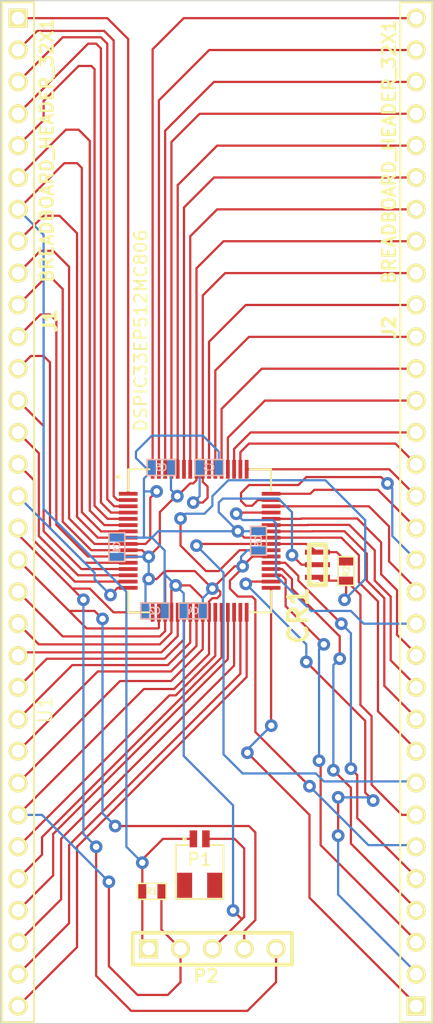
<source format=kicad_pcb>
(kicad_pcb (version 3) (host pcbnew "(2013-05-31 BZR 4019)-stable")

  (general
    (links 97)
    (no_connects 0)
    (area 0 0 0 0)
    (thickness 1.6)
    (drawings 5)
    (tracks 534)
    (zones 0)
    (modules 14)
    (nets 58)
  )

  (page User 134.62 127)
  (layers
    (15 F.Cu signal)
    (0 B.Cu signal)
    (16 B.Adhes user)
    (17 F.Adhes user)
    (18 B.Paste user)
    (19 F.Paste user)
    (20 B.SilkS user)
    (21 F.SilkS user)
    (22 B.Mask user)
    (23 F.Mask user)
    (24 Dwgs.User user)
    (25 Cmts.User user)
    (26 Eco1.User user)
    (27 Eco2.User user)
    (28 Edge.Cuts user)
  )

  (setup
    (last_trace_width 0.1778)
    (trace_clearance 0.2032)
    (zone_clearance 0.508)
    (zone_45_only no)
    (trace_min 0.1778)
    (segment_width 0.2)
    (edge_width 0.1)
    (via_size 1.016)
    (via_drill 0.508)
    (via_min_size 0.889)
    (via_min_drill 0.508)
    (uvia_size 0.508)
    (uvia_drill 0.127)
    (uvias_allowed no)
    (uvia_min_size 0.508)
    (uvia_min_drill 0.127)
    (pcb_text_width 0.3)
    (pcb_text_size 1.5 1.5)
    (mod_edge_width 0.15)
    (mod_text_size 1 1)
    (mod_text_width 0.15)
    (pad_size 1.524 1.524)
    (pad_drill 1.016)
    (pad_to_mask_clearance 0)
    (aux_axis_origin 0 0)
    (visible_elements FFFFFFBF)
    (pcbplotparams
      (layerselection 3178497)
      (usegerberextensions true)
      (excludeedgelayer true)
      (linewidth 0.150000)
      (plotframeref false)
      (viasonmask false)
      (mode 1)
      (useauxorigin false)
      (hpglpennumber 1)
      (hpglpenspeed 20)
      (hpglpendiameter 15)
      (hpglpenoverlay 2)
      (psnegative false)
      (psa4output false)
      (plotreference true)
      (plotvalue true)
      (plotothertext true)
      (plotinvisibletext false)
      (padsonsilk false)
      (subtractmaskfromsilk false)
      (outputformat 1)
      (mirror false)
      (drillshape 1)
      (scaleselection 1)
      (outputdirectory ""))
  )

  (net 0 "")
  (net 1 GND)
  (net 2 N-000001)
  (net 3 N-0000010)
  (net 4 N-0000011)
  (net 5 N-0000012)
  (net 6 N-0000013)
  (net 7 N-0000014)
  (net 8 N-0000015)
  (net 9 N-0000016)
  (net 10 N-0000018)
  (net 11 N-0000019)
  (net 12 N-000002)
  (net 13 N-0000020)
  (net 14 N-0000021)
  (net 15 N-0000022)
  (net 16 N-0000023)
  (net 17 N-0000024)
  (net 18 N-0000025)
  (net 19 N-0000026)
  (net 20 N-0000027)
  (net 21 N-0000028)
  (net 22 N-0000029)
  (net 23 N-000003)
  (net 24 N-0000030)
  (net 25 N-0000031)
  (net 26 N-0000032)
  (net 27 N-0000033)
  (net 28 N-0000034)
  (net 29 N-0000035)
  (net 30 N-0000036)
  (net 31 N-0000037)
  (net 32 N-0000038)
  (net 33 N-0000039)
  (net 34 N-000004)
  (net 35 N-0000040)
  (net 36 N-0000041)
  (net 37 N-0000042)
  (net 38 N-0000043)
  (net 39 N-0000044)
  (net 40 N-0000045)
  (net 41 N-0000046)
  (net 42 N-0000047)
  (net 43 N-0000048)
  (net 44 N-0000049)
  (net 45 N-000005)
  (net 46 N-0000050)
  (net 47 N-0000051)
  (net 48 N-0000052)
  (net 49 N-0000053)
  (net 50 N-0000054)
  (net 51 N-0000055)
  (net 52 N-0000056)
  (net 53 N-000006)
  (net 54 N-000007)
  (net 55 N-000008)
  (net 56 N-000009)
  (net 57 VCC)

  (net_class Default "This is the default net class."
    (clearance 0.2032)
    (trace_width 0.1778)
    (via_dia 1.016)
    (via_drill 0.508)
    (uvia_dia 0.508)
    (uvia_drill 0.127)
    (add_net "")
    (add_net GND)
    (add_net N-000001)
    (add_net N-0000010)
    (add_net N-0000011)
    (add_net N-0000012)
    (add_net N-0000013)
    (add_net N-0000014)
    (add_net N-0000015)
    (add_net N-0000016)
    (add_net N-0000018)
    (add_net N-0000019)
    (add_net N-000002)
    (add_net N-0000020)
    (add_net N-0000021)
    (add_net N-0000022)
    (add_net N-0000023)
    (add_net N-0000024)
    (add_net N-0000025)
    (add_net N-0000026)
    (add_net N-0000027)
    (add_net N-0000028)
    (add_net N-0000029)
    (add_net N-000003)
    (add_net N-0000030)
    (add_net N-0000031)
    (add_net N-0000032)
    (add_net N-0000033)
    (add_net N-0000034)
    (add_net N-0000035)
    (add_net N-0000036)
    (add_net N-0000037)
    (add_net N-0000038)
    (add_net N-0000039)
    (add_net N-000004)
    (add_net N-0000040)
    (add_net N-0000041)
    (add_net N-0000042)
    (add_net N-0000043)
    (add_net N-0000044)
    (add_net N-0000045)
    (add_net N-0000046)
    (add_net N-0000047)
    (add_net N-0000048)
    (add_net N-0000049)
    (add_net N-000005)
    (add_net N-0000050)
    (add_net N-0000051)
    (add_net N-0000052)
    (add_net N-0000053)
    (add_net N-0000054)
    (add_net N-0000055)
    (add_net N-0000056)
    (add_net N-000006)
    (add_net N-000007)
    (add_net N-000008)
    (add_net N-000009)
    (add_net VCC)
  )

  (module MY_TQFP_64 (layer F.Cu) (tedit 51DDC20B) (tstamp 51DC3E95)
    (at 66.802 57.023 270)
    (tags "TQFP64 TQFP SMD IC")
    (path /51DAF2EC)
    (clearance 0.1)
    (fp_text reference U1 (at 13.462 12.319 270) (layer F.SilkS)
      (effects (font (size 1.09982 1.09982) (thickness 0.127)))
    )
    (fp_text value DSPIC33EP512MC806 (at -16.764 4.699 270) (layer F.SilkS)
      (effects (font (size 1.00076 1.00076) (thickness 0.1524)))
    )
    (fp_circle (center -5.1 6.5) (end -5 6.5) (layer F.SilkS) (width 0.15))
    (fp_line (start -5.7 4.2) (end -5.7 4) (layer F.SilkS) (width 0.15))
    (fp_line (start -4.2 5.7) (end -4 5.7) (layer F.SilkS) (width 0.15))
    (fp_line (start 4.1 5.7) (end 4 5.7) (layer F.SilkS) (width 0.15))
    (fp_line (start 5.7 4.1) (end 5.7 4) (layer F.SilkS) (width 0.15))
    (fp_line (start 5.7 -4.2) (end 5.7 -4) (layer F.SilkS) (width 0.15))
    (fp_line (start 4.2 -5.7) (end 4 -5.7) (layer F.SilkS) (width 0.15))
    (fp_line (start -4.2 -5.7) (end -4 -5.7) (layer F.SilkS) (width 0.15))
    (fp_line (start -5.7 -4.2) (end -5.7 -4) (layer F.SilkS) (width 0.15))
    (fp_line (start -5.7 4.2) (end -5.7 5.7) (layer F.SilkS) (width 0.15))
    (fp_line (start -5.7 5.7) (end -4.2 5.7) (layer F.SilkS) (width 0.15))
    (fp_line (start -4.2 -5.7) (end -5.7 -5.7) (layer F.SilkS) (width 0.15))
    (fp_line (start -5.7 -5.7) (end -5.7 -4.2) (layer F.SilkS) (width 0.15))
    (fp_line (start 5.7 -4.2) (end 5.7 -5.7) (layer F.SilkS) (width 0.15))
    (fp_line (start 5.7 -5.7) (end 4.2 -5.7) (layer F.SilkS) (width 0.15))
    (fp_line (start 4.1 5.7) (end 5.7 5.7) (layer F.SilkS) (width 0.15))
    (fp_line (start 5.7 5.7) (end 5.7 4.1) (layer F.SilkS) (width 0.15))
    (pad 1 smd rect (at -3.75 5.7 270) (size 0.3 1.5)
      (layers F.Cu F.Mask)
      (net 27 N-0000033)
    )
    (pad 2 smd rect (at -3.25 5.7 270) (size 0.3 1.5)
      (layers F.Cu F.Mask)
      (net 28 N-0000034)
    )
    (pad 3 smd rect (at -2.75 5.7 270) (size 0.3 1.5)
      (layers F.Cu F.Mask)
      (net 29 N-0000035)
    )
    (pad 4 smd rect (at -2.25 5.7 270) (size 0.3 1.5)
      (layers F.Cu F.Mask)
      (net 30 N-0000036)
    )
    (pad 5 smd rect (at -1.75 5.7 270) (size 0.3 1.5)
      (layers F.Cu F.Mask)
      (net 25 N-0000031)
    )
    (pad 6 smd rect (at -1.25 5.7 270) (size 0.3 1.5)
      (layers F.Cu F.Mask)
      (net 31 N-0000037)
    )
    (pad 7 smd rect (at -0.75 5.7 270) (size 0.3 1.5)
      (layers F.Cu F.Mask)
      (net 55 N-000008)
    )
    (pad 8 smd rect (at -0.25 5.7 270) (size 0.3 1.5)
      (layers F.Cu F.Mask)
      (net 56 N-000009)
    )
    (pad 9 smd rect (at 0.25 5.7 270) (size 0.3 1.5)
      (layers F.Cu F.Mask)
      (net 1 GND)
    )
    (pad 10 smd rect (at 0.75 5.7 270) (size 0.3 1.5)
      (layers F.Cu F.Mask)
      (net 57 VCC)
    )
    (pad 11 smd rect (at 1.25 5.7 270) (size 0.3 1.5)
      (layers F.Cu F.Mask)
      (net 32 N-0000038)
    )
    (pad 12 smd rect (at 1.75 5.7 270) (size 0.3 1.5)
      (layers F.Cu F.Mask)
      (net 33 N-0000039)
    )
    (pad 13 smd rect (at 2.25 5.7 270) (size 0.3 1.5)
      (layers F.Cu F.Mask)
      (net 2 N-000001)
    )
    (pad 14 smd rect (at 2.75 5.7 270) (size 0.3 1.5)
      (layers F.Cu F.Mask)
      (net 12 N-000002)
    )
    (pad 15 smd rect (at 3.25 5.7 270) (size 0.3 1.5)
      (layers F.Cu F.Mask)
      (net 23 N-000003)
    )
    (pad 16 smd rect (at 3.75 5.7 270) (size 0.3 1.5)
      (layers F.Cu F.Mask)
      (net 34 N-000004)
    )
    (pad 17 smd rect (at 5.7 3.75) (size 0.3 1.5)
      (layers F.Cu F.Mask)
      (net 49 N-0000053)
    )
    (pad 18 smd rect (at 5.7 3.25) (size 0.3 1.5)
      (layers F.Cu F.Mask)
      (net 48 N-0000052)
    )
    (pad 19 smd rect (at 5.7 2.75) (size 0.3 1.5)
      (layers F.Cu F.Mask)
      (net 57 VCC)
    )
    (pad 20 smd rect (at 5.7 2.25) (size 0.3 1.5)
      (layers F.Cu F.Mask)
      (net 1 GND)
    )
    (pad 21 smd rect (at 5.7 1.75) (size 0.3 1.5)
      (layers F.Cu F.Mask)
      (net 51 N-0000055)
    )
    (pad 22 smd rect (at 5.7 1.25) (size 0.3 1.5)
      (layers F.Cu F.Mask)
      (net 52 N-0000056)
    )
    (pad 23 smd rect (at 5.7 0.75) (size 0.3 1.5)
      (layers F.Cu F.Mask)
      (net 50 N-0000054)
    )
    (pad 24 smd rect (at 5.7 0.25) (size 0.3 1.5)
      (layers F.Cu F.Mask)
      (net 9 N-0000016)
    )
    (pad 25 smd rect (at 5.7 -0.25) (size 0.3 1.5)
      (layers F.Cu F.Mask)
      (net 1 GND)
    )
    (pad 26 smd rect (at 5.7 -0.75) (size 0.3 1.5)
      (layers F.Cu F.Mask)
      (net 57 VCC)
    )
    (pad 27 smd rect (at 5.7 -1.25) (size 0.3 1.5)
      (layers F.Cu F.Mask)
      (net 45 N-000005)
    )
    (pad 28 smd rect (at 5.7 -1.75) (size 0.3 1.5)
      (layers F.Cu F.Mask)
      (net 53 N-000006)
    )
    (pad 29 smd rect (at 5.7 -2.25) (size 0.3 1.5)
      (layers F.Cu F.Mask)
      (net 41 N-0000046)
    )
    (pad 30 smd rect (at 5.7 -2.75) (size 0.3 1.5)
      (layers F.Cu F.Mask)
      (net 3 N-0000010)
    )
    (pad 31 smd rect (at 5.7 -3.25) (size 0.3 1.5)
      (layers F.Cu F.Mask)
      (net 54 N-000007)
    )
    (pad 32 smd rect (at 5.7 -3.75) (size 0.3 1.5)
      (layers F.Cu F.Mask)
      (net 35 N-0000040)
    )
    (pad 33 smd rect (at 3.75 -5.7 270) (size 0.3 1.5)
      (layers F.Cu F.Mask)
      (net 8 N-0000015)
    )
    (pad 34 smd rect (at 3.25 -5.7 270) (size 0.3 1.5)
      (layers F.Cu F.Mask)
      (net 7 N-0000014)
    )
    (pad 35 smd rect (at 2.75 -5.7 270) (size 0.3 1.5)
      (layers F.Cu F.Mask)
      (net 6 N-0000013)
    )
    (pad 36 smd rect (at 2.25 -5.7 270) (size 0.3 1.5)
      (layers F.Cu F.Mask)
      (net 5 N-0000012)
    )
    (pad 37 smd rect (at 1.75 -5.7 270) (size 0.3 1.5)
      (layers F.Cu F.Mask)
      (net 4 N-0000011)
    )
    (pad 38 smd rect (at 1.25 -5.7 270) (size 0.3 1.5)
      (layers F.Cu F.Mask)
      (net 57 VCC)
    )
    (pad 39 smd rect (at 0.75 -5.7 270) (size 0.3 1.5)
      (layers F.Cu F.Mask)
      (net 19 N-0000026)
    )
    (pad 40 smd rect (at 0.25 -5.7 270) (size 0.3 1.5)
      (layers F.Cu F.Mask)
      (net 18 N-0000025)
    )
    (pad 41 smd rect (at -0.25 -5.7 270) (size 0.3 1.5)
      (layers F.Cu F.Mask)
      (net 1 GND)
    )
    (pad 42 smd rect (at -0.75 -5.7 270) (size 0.3 1.5)
      (layers F.Cu F.Mask)
      (net 10 N-0000018)
    )
    (pad 43 smd rect (at -1.25 -5.7 270) (size 0.3 1.5)
      (layers F.Cu F.Mask)
      (net 11 N-0000019)
    )
    (pad 44 smd rect (at -1.75 -5.7 270) (size 0.3 1.5)
      (layers F.Cu F.Mask)
      (net 13 N-0000020)
    )
    (pad 45 smd rect (at -2.25 -5.7 270) (size 0.3 1.5)
      (layers F.Cu F.Mask)
      (net 14 N-0000021)
    )
    (pad 46 smd rect (at -2.75 -5.7 270) (size 0.3 1.5)
      (layers F.Cu F.Mask)
      (net 15 N-0000022)
    )
    (pad 47 smd rect (at -3.25 -5.7 270) (size 0.3 1.5)
      (layers F.Cu F.Mask)
      (net 16 N-0000023)
    )
    (pad 48 smd rect (at -3.75 -5.7 270) (size 0.3 1.5)
      (layers F.Cu F.Mask)
      (net 17 N-0000024)
    )
    (pad 49 smd rect (at -5.7 -3.75) (size 0.3 1.5)
      (layers F.Cu F.Mask)
      (net 36 N-0000041)
    )
    (pad 50 smd rect (at -5.7 -3.25) (size 0.3 1.5)
      (layers F.Cu F.Mask)
      (net 37 N-0000042)
    )
    (pad 51 smd rect (at -5.7 -2.75) (size 0.3 1.5)
      (layers F.Cu F.Mask)
      (net 38 N-0000043)
    )
    (pad 52 smd rect (at -5.7 -2.25) (size 0.3 1.5)
      (layers F.Cu F.Mask)
      (net 39 N-0000044)
    )
    (pad 53 smd rect (at -5.7 -1.75) (size 0.3 1.5)
      (layers F.Cu F.Mask)
      (net 40 N-0000045)
    )
    (pad 54 smd rect (at -5.7 -1.25) (size 0.3 1.5)
      (layers F.Cu F.Mask)
      (net 42 N-0000047)
    )
    (pad 55 smd rect (at -5.7 -0.75) (size 0.3 1.5)
      (layers F.Cu F.Mask)
      (net 47 N-0000051)
    )
    (pad 56 smd rect (at -5.7 -0.25) (size 0.3 1.5)
      (layers F.Cu F.Mask)
      (net 26 N-0000032)
    )
    (pad 57 smd rect (at -5.7 0.25) (size 0.3 1.5)
      (layers F.Cu F.Mask)
      (net 57 VCC)
    )
    (pad 58 smd rect (at -5.7 0.75) (size 0.3 1.5)
      (layers F.Cu F.Mask)
      (net 24 N-0000030)
    )
    (pad 59 smd rect (at -5.7 1.25) (size 0.3 1.5)
      (layers F.Cu F.Mask)
      (net 21 N-0000028)
    )
    (pad 60 smd rect (at -5.7 1.75) (size 0.3 1.5)
      (layers F.Cu F.Mask)
      (net 43 N-0000048)
    )
    (pad 61 smd rect (at -5.7 2.25) (size 0.3 1.5)
      (layers F.Cu F.Mask)
      (net 20 N-0000027)
    )
    (pad 62 smd rect (at -5.7 2.75) (size 0.3 1.5)
      (layers F.Cu F.Mask)
      (net 44 N-0000049)
    )
    (pad 63 smd rect (at -5.7 3.25) (size 0.3 1.5)
      (layers F.Cu F.Mask)
      (net 22 N-0000029)
    )
    (pad 64 smd rect (at -5.7 3.75) (size 0.3 1.5)
      (layers F.Cu F.Mask)
      (net 46 N-0000050)
    )
    (model smd/TQFP_64.wrl
      (at (xyz 0 0 0.001))
      (scale (xyz 0.3937 0.3937 0.3937))
      (rotate (xyz 0 0 0))
    )
  )

  (module SM0603 (layer F.Cu) (tedit 4E43A3D1) (tstamp 51DC3D8D)
    (at 62.992 84.963 180)
    (path /51DB72A6)
    (attr smd)
    (fp_text reference R1 (at 0 0 180) (layer F.SilkS)
      (effects (font (size 0.508 0.4572) (thickness 0.1143)))
    )
    (fp_text value 10K (at 0 0 180) (layer F.SilkS) hide
      (effects (font (size 0.508 0.4572) (thickness 0.1143)))
    )
    (fp_line (start -1.143 -0.635) (end 1.143 -0.635) (layer F.SilkS) (width 0.127))
    (fp_line (start 1.143 -0.635) (end 1.143 0.635) (layer F.SilkS) (width 0.127))
    (fp_line (start 1.143 0.635) (end -1.143 0.635) (layer F.SilkS) (width 0.127))
    (fp_line (start -1.143 0.635) (end -1.143 -0.635) (layer F.SilkS) (width 0.127))
    (pad 1 smd rect (at -0.762 0 180) (size 0.635 1.143)
      (layers F.Cu F.Paste F.Mask)
      (net 57 VCC)
    )
    (pad 2 smd rect (at 0.762 0 180) (size 0.635 1.143)
      (layers F.Cu F.Paste F.Mask)
      (net 55 N-000008)
    )
    (model smd\resistors\R0603.wrl
      (at (xyz 0 0 0.001))
      (scale (xyz 0.5 0.5 0.5))
      (rotate (xyz 0 0 0))
    )
  )

  (module SM0603 (layer B.Cu) (tedit 4E43A3D1) (tstamp 51DC4151)
    (at 67.564 51.181 180)
    (path /51DB83D4)
    (attr smd)
    (fp_text reference C3 (at 0 0 180) (layer B.SilkS)
      (effects (font (size 0.508 0.4572) (thickness 0.1143)) (justify mirror))
    )
    (fp_text value "10 uF" (at 0 0 180) (layer B.SilkS) hide
      (effects (font (size 0.508 0.4572) (thickness 0.1143)) (justify mirror))
    )
    (fp_line (start -1.143 0.635) (end 1.143 0.635) (layer B.SilkS) (width 0.127))
    (fp_line (start 1.143 0.635) (end 1.143 -0.635) (layer B.SilkS) (width 0.127))
    (fp_line (start 1.143 -0.635) (end -1.143 -0.635) (layer B.SilkS) (width 0.127))
    (fp_line (start -1.143 -0.635) (end -1.143 0.635) (layer B.SilkS) (width 0.127))
    (pad 1 smd rect (at -0.762 0 180) (size 0.635 1.143)
      (layers B.Cu B.Paste B.Mask)
      (net 1 GND)
    )
    (pad 2 smd rect (at 0.762 0 180) (size 0.635 1.143)
      (layers B.Cu B.Paste B.Mask)
      (net 26 N-0000032)
    )
    (model smd\resistors\R0603.wrl
      (at (xyz 0 0 0.001))
      (scale (xyz 0.5 0.5 0.5))
      (rotate (xyz 0 0 0))
    )
  )

  (module SM0603 (layer B.Cu) (tedit 4E43A3D1) (tstamp 51DC412F)
    (at 63.246 62.611)
    (path /51DB8613)
    (attr smd)
    (fp_text reference C2 (at 0 0) (layer B.SilkS)
      (effects (font (size 0.508 0.4572) (thickness 0.1143)) (justify mirror))
    )
    (fp_text value "0.1 uF" (at 0 0) (layer B.SilkS) hide
      (effects (font (size 0.508 0.4572) (thickness 0.1143)) (justify mirror))
    )
    (fp_line (start -1.143 0.635) (end 1.143 0.635) (layer B.SilkS) (width 0.127))
    (fp_line (start 1.143 0.635) (end 1.143 -0.635) (layer B.SilkS) (width 0.127))
    (fp_line (start 1.143 -0.635) (end -1.143 -0.635) (layer B.SilkS) (width 0.127))
    (fp_line (start -1.143 -0.635) (end -1.143 0.635) (layer B.SilkS) (width 0.127))
    (pad 1 smd rect (at -0.762 0) (size 0.635 1.143)
      (layers B.Cu B.Paste B.Mask)
      (net 57 VCC)
    )
    (pad 2 smd rect (at 0.762 0) (size 0.635 1.143)
      (layers B.Cu B.Paste B.Mask)
      (net 1 GND)
    )
    (model smd\resistors\R0603.wrl
      (at (xyz 0 0 0.001))
      (scale (xyz 0.5 0.5 0.5))
      (rotate (xyz 0 0 0))
    )
  )

  (module SM0603 (layer B.Cu) (tedit 4E43A3D1) (tstamp 51DC4881)
    (at 60.198 57.531 270)
    (path /51DB864E)
    (attr smd)
    (fp_text reference C1 (at 0 0 270) (layer B.SilkS)
      (effects (font (size 0.508 0.4572) (thickness 0.1143)) (justify mirror))
    )
    (fp_text value "0.1 uF" (at 0 0 270) (layer B.SilkS) hide
      (effects (font (size 0.508 0.4572) (thickness 0.1143)) (justify mirror))
    )
    (fp_line (start -1.143 0.635) (end 1.143 0.635) (layer B.SilkS) (width 0.127))
    (fp_line (start 1.143 0.635) (end 1.143 -0.635) (layer B.SilkS) (width 0.127))
    (fp_line (start 1.143 -0.635) (end -1.143 -0.635) (layer B.SilkS) (width 0.127))
    (fp_line (start -1.143 -0.635) (end -1.143 0.635) (layer B.SilkS) (width 0.127))
    (pad 1 smd rect (at -0.762 0 270) (size 0.635 1.143)
      (layers B.Cu B.Paste B.Mask)
      (net 1 GND)
    )
    (pad 2 smd rect (at 0.762 0 270) (size 0.635 1.143)
      (layers B.Cu B.Paste B.Mask)
      (net 57 VCC)
    )
    (model smd\resistors\R0603.wrl
      (at (xyz 0 0 0.001))
      (scale (xyz 0.5 0.5 0.5))
      (rotate (xyz 0 0 0))
    )
  )

  (module SM0603 (layer B.Cu) (tedit 4E43A3D1) (tstamp 51DC4094)
    (at 66.294 62.611)
    (path /51DB873F)
    (attr smd)
    (fp_text reference C4 (at 0 0) (layer B.SilkS)
      (effects (font (size 0.508 0.4572) (thickness 0.1143)) (justify mirror))
    )
    (fp_text value "0.1 uF" (at 0 0) (layer B.SilkS) hide
      (effects (font (size 0.508 0.4572) (thickness 0.1143)) (justify mirror))
    )
    (fp_line (start -1.143 0.635) (end 1.143 0.635) (layer B.SilkS) (width 0.127))
    (fp_line (start 1.143 0.635) (end 1.143 -0.635) (layer B.SilkS) (width 0.127))
    (fp_line (start 1.143 -0.635) (end -1.143 -0.635) (layer B.SilkS) (width 0.127))
    (fp_line (start -1.143 -0.635) (end -1.143 0.635) (layer B.SilkS) (width 0.127))
    (pad 1 smd rect (at -0.762 0) (size 0.635 1.143)
      (layers B.Cu B.Paste B.Mask)
      (net 1 GND)
    )
    (pad 2 smd rect (at 0.762 0) (size 0.635 1.143)
      (layers B.Cu B.Paste B.Mask)
      (net 57 VCC)
    )
    (model smd\resistors\R0603.wrl
      (at (xyz 0 0 0.001))
      (scale (xyz 0.5 0.5 0.5))
      (rotate (xyz 0 0 0))
    )
  )

  (module SM0603 (layer B.Cu) (tedit 4E43A3D1) (tstamp 51DC3DBF)
    (at 63.754 51.181)
    (path /51DB884F)
    (attr smd)
    (fp_text reference C5 (at 0 0) (layer B.SilkS)
      (effects (font (size 0.508 0.4572) (thickness 0.1143)) (justify mirror))
    )
    (fp_text value 0.1uF (at 0 0) (layer B.SilkS) hide
      (effects (font (size 0.508 0.4572) (thickness 0.1143)) (justify mirror))
    )
    (fp_line (start -1.143 0.635) (end 1.143 0.635) (layer B.SilkS) (width 0.127))
    (fp_line (start 1.143 0.635) (end 1.143 -0.635) (layer B.SilkS) (width 0.127))
    (fp_line (start 1.143 -0.635) (end -1.143 -0.635) (layer B.SilkS) (width 0.127))
    (fp_line (start -1.143 -0.635) (end -1.143 0.635) (layer B.SilkS) (width 0.127))
    (pad 1 smd rect (at -0.762 0) (size 0.635 1.143)
      (layers B.Cu B.Paste B.Mask)
      (net 1 GND)
    )
    (pad 2 smd rect (at 0.762 0) (size 0.635 1.143)
      (layers B.Cu B.Paste B.Mask)
      (net 57 VCC)
    )
    (model smd\resistors\R0603.wrl
      (at (xyz 0 0 0.001))
      (scale (xyz 0.5 0.5 0.5))
      (rotate (xyz 0 0 0))
    )
  )

  (module SM0603 (layer B.Cu) (tedit 4E43A3D1) (tstamp 51DC3DC9)
    (at 71.501 57.023 90)
    (path /51DB8792)
    (attr smd)
    (fp_text reference C6 (at 0 0 90) (layer B.SilkS)
      (effects (font (size 0.508 0.4572) (thickness 0.1143)) (justify mirror))
    )
    (fp_text value "0.1 uF" (at 0 0 90) (layer B.SilkS) hide
      (effects (font (size 0.508 0.4572) (thickness 0.1143)) (justify mirror))
    )
    (fp_line (start -1.143 0.635) (end 1.143 0.635) (layer B.SilkS) (width 0.127))
    (fp_line (start 1.143 0.635) (end 1.143 -0.635) (layer B.SilkS) (width 0.127))
    (fp_line (start 1.143 -0.635) (end -1.143 -0.635) (layer B.SilkS) (width 0.127))
    (fp_line (start -1.143 -0.635) (end -1.143 0.635) (layer B.SilkS) (width 0.127))
    (pad 1 smd rect (at -0.762 0 90) (size 0.635 1.143)
      (layers B.Cu B.Paste B.Mask)
      (net 57 VCC)
    )
    (pad 2 smd rect (at 0.762 0 90) (size 0.635 1.143)
      (layers B.Cu B.Paste B.Mask)
      (net 1 GND)
    )
    (model smd\resistors\R0603.wrl
      (at (xyz 0 0 0.001))
      (scale (xyz 0.5 0.5 0.5))
      (rotate (xyz 0 0 0))
    )
  )

  (module SM0603 (layer F.Cu) (tedit 4E43A3D1) (tstamp 51DC3DD3)
    (at 78.486 59.436 90)
    (path /51DC32FF)
    (attr smd)
    (fp_text reference R2 (at 0 0 90) (layer F.SilkS)
      (effects (font (size 0.508 0.4572) (thickness 0.1143)))
    )
    (fp_text value 1M (at 0 0 90) (layer F.SilkS) hide
      (effects (font (size 0.508 0.4572) (thickness 0.1143)))
    )
    (fp_line (start -1.143 -0.635) (end 1.143 -0.635) (layer F.SilkS) (width 0.127))
    (fp_line (start 1.143 -0.635) (end 1.143 0.635) (layer F.SilkS) (width 0.127))
    (fp_line (start 1.143 0.635) (end -1.143 0.635) (layer F.SilkS) (width 0.127))
    (fp_line (start -1.143 0.635) (end -1.143 -0.635) (layer F.SilkS) (width 0.127))
    (pad 1 smd rect (at -0.762 0 90) (size 0.635 1.143)
      (layers F.Cu F.Paste F.Mask)
      (net 19 N-0000026)
    )
    (pad 2 smd rect (at 0.762 0 90) (size 0.635 1.143)
      (layers F.Cu F.Paste F.Mask)
      (net 18 N-0000025)
    )
    (model smd\resistors\R0603.wrl
      (at (xyz 0 0 0.001))
      (scale (xyz 0.5 0.5 0.5))
      (rotate (xyz 0 0 0))
    )
  )

  (module PIN_ARRAY_5x1 (layer F.Cu) (tedit 51DDC1F6) (tstamp 51DC688F)
    (at 67.818 89.535)
    (descr "Double rangee de contacts 2 x 5 pins")
    (tags CONN)
    (path /51DB7233)
    (fp_text reference P2 (at -0.508 2.159) (layer F.SilkS)
      (effects (font (size 1.016 1.016) (thickness 0.2032)))
    )
    (fp_text value PROG_H (at 0 2.54) (layer F.SilkS) hide
      (effects (font (size 1.016 1.016) (thickness 0.2032)))
    )
    (fp_line (start -6.35 -1.27) (end -6.35 1.27) (layer F.SilkS) (width 0.3048))
    (fp_line (start 6.35 1.27) (end 6.35 -1.27) (layer F.SilkS) (width 0.3048))
    (fp_line (start -6.35 -1.27) (end 6.35 -1.27) (layer F.SilkS) (width 0.3048))
    (fp_line (start 6.35 1.27) (end -6.35 1.27) (layer F.SilkS) (width 0.3048))
    (pad 1 thru_hole rect (at -5.08 0) (size 1.524 1.524) (drill 1.016)
      (layers *.Cu *.Mask F.SilkS)
      (net 55 N-000008)
    )
    (pad 2 thru_hole circle (at -2.54 0) (size 1.524 1.524) (drill 1.016)
      (layers *.Cu *.Mask F.SilkS)
      (net 57 VCC)
    )
    (pad 3 thru_hole circle (at 0 0) (size 1.524 1.524) (drill 1.016)
      (layers *.Cu *.Mask F.SilkS)
      (net 1 GND)
    )
    (pad 4 thru_hole circle (at 2.54 0) (size 1.524 1.524) (drill 1.016)
      (layers *.Cu *.Mask F.SilkS)
      (net 48 N-0000052)
    )
    (pad 5 thru_hole circle (at 5.08 0) (size 1.524 1.524) (drill 1.016)
      (layers *.Cu *.Mask F.SilkS)
      (net 49 N-0000053)
    )
    (model pin_array/pins_array_5x1.wrl
      (at (xyz 0 0 0))
      (scale (xyz 1 1 1))
      (rotate (xyz 0 0 0))
    )
  )

  (module JST-1mm-2pin (layer F.Cu) (tedit 51DDC1EE) (tstamp 51DC3EA4)
    (at 66.802 82.677)
    (path /51DB72F1)
    (clearance 0.1)
    (fp_text reference P1 (at 0 -0.254) (layer F.SilkS)
      (effects (font (size 1 1) (thickness 0.15)))
    )
    (fp_text value CONN_2 (at 0 -4) (layer F.SilkS) hide
      (effects (font (size 1 1) (thickness 0.15)))
    )
    (fp_circle (center -1.2 -1.9) (end -1.2 -2) (layer F.SilkS) (width 0.15))
    (fp_line (start 0.9 -1.4) (end 1.9 -1.4) (layer F.SilkS) (width 0.15))
    (fp_line (start 1.9 -1.4) (end 1.9 2.9) (layer F.SilkS) (width 0.15))
    (fp_line (start 1.9 2.9) (end -1.4 2.9) (layer F.SilkS) (width 0.15))
    (fp_line (start -1.4 2.9) (end -1.9 2.9) (layer F.SilkS) (width 0.15))
    (fp_line (start -1.9 2.9) (end -1.9 -1.4) (layer F.SilkS) (width 0.15))
    (fp_line (start -1.9 -1.4) (end -0.9 -1.4) (layer F.SilkS) (width 0.15))
    (pad 1 smd rect (at -0.5 -1.9) (size 0.6 1.35)
      (layers F.Cu F.Paste F.Mask)
      (net 55 N-000008)
    )
    (pad 2 smd rect (at 0.5 -1.9) (size 0.6 1.35)
      (layers F.Cu F.Paste F.Mask)
      (net 1 GND)
    )
    (pad "" smd rect (at 1.2 1.8) (size 1.2 2)
      (layers F.Cu F.Paste F.Mask)
    )
    (pad "" smd rect (at -1.2 1.8) (size 1.2 2)
      (layers F.Cu F.Paste F.Mask)
    )
  )

  (module 8MHZ_CER_RES (layer F.Cu) (tedit 51DDC222) (tstamp 51DC3EB0)
    (at 76.2 58.928 90)
    (path /51DC33F4)
    (fp_text reference CR1 (at -4.064 -1.524 90) (layer F.SilkS)
      (effects (font (size 1.524 1.524) (thickness 0.3048)))
    )
    (fp_text value CERAMIC_RES (at 0 -2.60096 90) (layer F.SilkS) hide
      (effects (font (size 1.524 1.524) (thickness 0.3048)))
    )
    (fp_line (start 0 0.65024) (end -1.6002 0.65024) (layer F.SilkS) (width 0.381))
    (fp_line (start -1.6002 0.65024) (end -1.6002 -0.65024) (layer F.SilkS) (width 0.381))
    (fp_line (start -1.6002 -0.65024) (end 1.6002 -0.65024) (layer F.SilkS) (width 0.381))
    (fp_line (start 1.6002 -0.65024) (end 1.6002 0.65024) (layer F.SilkS) (width 0.381))
    (fp_line (start 1.6002 0.65024) (end 0 0.65024) (layer F.SilkS) (width 0.381))
    (pad 1 smd rect (at -1.00076 0 90) (size 0.39878 1.99898)
      (layers F.Cu F.Mask)
      (net 19 N-0000026)
    )
    (pad 2 smd rect (at 0 0 90) (size 0.39878 1.99898)
      (layers F.Cu F.Mask)
      (net 1 GND)
    )
    (pad 3 smd rect (at 1.00076 0 90) (size 0.39878 1.99898)
      (layers F.Cu F.Mask)
      (net 18 N-0000025)
    )
  )

  (module PIN_ARRAY_32x1 (layer F.Cu) (tedit 51DDC278) (tstamp 51DDCAF7)
    (at 53.594 39.497 270)
    (descr "Double rangee de contacts 2 x 12 pins")
    (tags CONN)
    (path /51DD8EA7)
    (fp_text reference J1 (at 0 -1.27 270) (layer F.SilkS)
      (effects (font (size 1.016 1.016) (thickness 0.27432)))
    )
    (fp_text value BREADBOARD_HEADER_32X1 (at -13.589 -1.016 270) (layer F.SilkS)
      (effects (font (size 1.016 1.016) (thickness 0.2032)))
    )
    (fp_line (start -25.4 0) (end 55.88 0) (layer F.SilkS) (width 0.15))
    (fp_line (start 55.88 0) (end 55.88 2.54) (layer F.SilkS) (width 0.15))
    (fp_line (start 55.88 2.54) (end -25.4 2.54) (layer F.SilkS) (width 0.15))
    (fp_line (start -25.4 0) (end -25.4 2.54) (layer F.SilkS) (width 0.15))
    (pad 17 thru_hole circle (at 16.51 1.27 270) (size 1.524 1.524) (drill 1.016)
      (layers *.Cu *.Mask F.SilkS)
      (net 49 N-0000053)
    )
    (pad 25 thru_hole circle (at 36.83 1.27 270) (size 1.524 1.524) (drill 1.016)
      (layers *.Cu *.Mask F.SilkS)
      (net 1 GND)
    )
    (pad 23 thru_hole circle (at 31.75 1.27 270) (size 1.524 1.524) (drill 1.016)
      (layers *.Cu *.Mask F.SilkS)
      (net 50 N-0000054)
    )
    (pad 21 thru_hole circle (at 26.67 1.27 270) (size 1.524 1.524) (drill 1.016)
      (layers *.Cu *.Mask F.SilkS)
      (net 51 N-0000055)
    )
    (pad 19 thru_hole circle (at 21.59 1.27 270) (size 1.524 1.524) (drill 1.016)
      (layers *.Cu *.Mask F.SilkS)
      (net 57 VCC)
    )
    (pad 32 thru_hole circle (at 54.61 1.27 270) (size 1.524 1.524) (drill 1.016)
      (layers *.Cu *.Mask F.SilkS)
      (net 35 N-0000040)
    )
    (pad 30 thru_hole circle (at 49.53 1.27 270) (size 1.524 1.524) (drill 1.016)
      (layers *.Cu *.Mask F.SilkS)
      (net 3 N-0000010)
    )
    (pad 28 thru_hole circle (at 44.45 1.27 270) (size 1.524 1.524) (drill 1.016)
      (layers *.Cu *.Mask F.SilkS)
      (net 53 N-000006)
    )
    (pad 26 thru_hole circle (at 39.37 1.27 270) (size 1.524 1.524) (drill 1.016)
      (layers *.Cu *.Mask F.SilkS)
      (net 57 VCC)
    )
    (pad 24 thru_hole circle (at 34.29 1.27 270) (size 1.524 1.524) (drill 1.016)
      (layers *.Cu *.Mask F.SilkS)
      (net 9 N-0000016)
    )
    (pad 31 thru_hole circle (at 52.07 1.27 270) (size 1.524 1.524) (drill 1.016)
      (layers *.Cu *.Mask F.SilkS)
      (net 54 N-000007)
    )
    (pad 22 thru_hole circle (at 29.21 1.27 270) (size 1.524 1.524) (drill 1.016)
      (layers *.Cu *.Mask F.SilkS)
      (net 52 N-0000056)
    )
    (pad 29 thru_hole circle (at 46.99 1.27 270) (size 1.524 1.524) (drill 1.016)
      (layers *.Cu *.Mask F.SilkS)
      (net 41 N-0000046)
    )
    (pad 20 thru_hole circle (at 24.13 1.27 270) (size 1.524 1.524) (drill 1.016)
      (layers *.Cu *.Mask F.SilkS)
      (net 1 GND)
    )
    (pad 27 thru_hole circle (at 41.91 1.27 270) (size 1.524 1.524) (drill 1.016)
      (layers *.Cu *.Mask F.SilkS)
      (net 45 N-000005)
    )
    (pad 18 thru_hole circle (at 19.05 1.27 270) (size 1.524 1.524) (drill 1.016)
      (layers *.Cu *.Mask F.SilkS)
      (net 48 N-0000052)
    )
    (pad 1 thru_hole rect (at -24.13 1.27 270) (size 1.524 1.524) (drill 1.016)
      (layers *.Cu *.Mask F.SilkS)
      (net 27 N-0000033)
    )
    (pad 2 thru_hole circle (at -21.59 1.27 270) (size 1.524 1.524) (drill 1.016)
      (layers *.Cu *.Mask F.SilkS)
      (net 28 N-0000034)
    )
    (pad 11 thru_hole circle (at 1.27 1.27 270) (size 1.524 1.524) (drill 1.016)
      (layers *.Cu *.Mask F.SilkS)
      (net 32 N-0000038)
    )
    (pad 4 thru_hole circle (at -16.51 1.27 270) (size 1.524 1.524) (drill 1.016)
      (layers *.Cu *.Mask F.SilkS)
      (net 30 N-0000036)
    )
    (pad 13 thru_hole circle (at 6.35 1.27 270) (size 1.524 1.524) (drill 1.016)
      (layers *.Cu *.Mask F.SilkS)
      (net 2 N-000001)
    )
    (pad 6 thru_hole circle (at -11.43 1.27 270) (size 1.524 1.524) (drill 1.016)
      (layers *.Cu *.Mask F.SilkS)
      (net 31 N-0000037)
    )
    (pad 15 thru_hole circle (at 11.43 1.27 270) (size 1.524 1.524) (drill 1.016)
      (layers *.Cu *.Mask F.SilkS)
      (net 23 N-000003)
    )
    (pad 8 thru_hole circle (at -6.35 1.27 270) (size 1.524 1.524) (drill 1.016)
      (layers *.Cu *.Mask F.SilkS)
      (net 56 N-000009)
    )
    (pad 10 thru_hole circle (at -1.27 1.27 270) (size 1.524 1.524) (drill 1.016)
      (layers *.Cu *.Mask F.SilkS)
      (net 57 VCC)
    )
    (pad 12 thru_hole circle (at 3.81 1.27 270) (size 1.524 1.524) (drill 1.016)
      (layers *.Cu *.Mask F.SilkS)
      (net 33 N-0000039)
    )
    (pad 14 thru_hole circle (at 8.89 1.27 270) (size 1.524 1.524) (drill 1.016)
      (layers *.Cu *.Mask F.SilkS)
      (net 12 N-000002)
    )
    (pad 16 thru_hole circle (at 13.97 1.27 270) (size 1.524 1.524) (drill 1.016)
      (layers *.Cu *.Mask F.SilkS)
      (net 34 N-000004)
    )
    (pad 3 thru_hole circle (at -19.05 1.27 270) (size 1.524 1.524) (drill 1.016)
      (layers *.Cu *.Mask F.SilkS)
      (net 29 N-0000035)
    )
    (pad 5 thru_hole circle (at -13.97 1.27 270) (size 1.524 1.524) (drill 1.016)
      (layers *.Cu *.Mask F.SilkS)
      (net 25 N-0000031)
    )
    (pad 7 thru_hole circle (at -8.89 1.27 270) (size 1.524 1.524) (drill 1.016)
      (layers *.Cu *.Mask F.SilkS)
      (net 55 N-000008)
    )
    (pad 9 thru_hole circle (at -3.81 1.27 270) (size 1.524 1.524) (drill 1.016)
      (layers *.Cu *.Mask F.SilkS)
      (net 1 GND)
    )
    (model pin_array/pins_array_20x2.wrl
      (at (xyz 0 0 0))
      (scale (xyz 1 1 1))
      (rotate (xyz 0 0 0))
    )
  )

  (module PIN_ARRAY_32X1 (layer F.Cu) (tedit 51DDC268) (tstamp 51DE3C35)
    (at 82.804 69.977 90)
    (descr "Double rangee de contacts 2 x 12 pins")
    (tags CONN)
    (path /51DDA107)
    (fp_text reference J2 (at 29.972 -0.889 90) (layer F.SilkS)
      (effects (font (size 1.016 1.016) (thickness 0.254)))
    )
    (fp_text value BREADBOARD_HEADER_32X1 (at 43.942 -0.889 90) (layer F.SilkS)
      (effects (font (size 1.016 1.016) (thickness 0.2032)))
    )
    (fp_line (start -25.4 0) (end -25.4 2.54) (layer F.SilkS) (width 0.15))
    (fp_line (start -25.4 2.54) (end 55.88 2.54) (layer F.SilkS) (width 0.15))
    (fp_line (start 55.88 2.54) (end 55.88 0) (layer F.SilkS) (width 0.15))
    (fp_line (start 55.88 0) (end -25.4 0) (layer F.SilkS) (width 0.15))
    (pad 1 thru_hole rect (at -24.13 1.27 90) (size 1.524 1.524) (drill 1.016)
      (layers *.Cu *.Mask F.SilkS)
      (net 8 N-0000015)
    )
    (pad 2 thru_hole circle (at -21.59 1.27 90) (size 1.524 1.524) (drill 1.016)
      (layers *.Cu *.Mask F.SilkS)
      (net 7 N-0000014)
    )
    (pad 11 thru_hole circle (at 1.27 1.27 90) (size 1.524 1.524) (drill 1.016)
      (layers *.Cu *.Mask F.SilkS)
      (net 11 N-0000019)
    )
    (pad 4 thru_hole circle (at -16.51 1.27 90) (size 1.524 1.524) (drill 1.016)
      (layers *.Cu *.Mask F.SilkS)
      (net 5 N-0000012)
    )
    (pad 13 thru_hole circle (at 6.35 1.27 90) (size 1.524 1.524) (drill 1.016)
      (layers *.Cu *.Mask F.SilkS)
      (net 14 N-0000021)
    )
    (pad 6 thru_hole circle (at -11.43 1.27 90) (size 1.524 1.524) (drill 1.016)
      (layers *.Cu *.Mask F.SilkS)
      (net 57 VCC)
    )
    (pad 15 thru_hole circle (at 11.43 1.27 90) (size 1.524 1.524) (drill 1.016)
      (layers *.Cu *.Mask F.SilkS)
      (net 16 N-0000023)
    )
    (pad 8 thru_hole circle (at -6.35 1.27 90) (size 1.524 1.524) (drill 1.016)
      (layers *.Cu *.Mask F.SilkS)
      (net 18 N-0000025)
    )
    (pad 17 thru_hole circle (at 16.51 1.27 90) (size 1.524 1.524) (drill 1.016)
      (layers *.Cu *.Mask F.SilkS)
      (net 36 N-0000041)
    )
    (pad 10 thru_hole circle (at -1.27 1.27 90) (size 1.524 1.524) (drill 1.016)
      (layers *.Cu *.Mask F.SilkS)
      (net 10 N-0000018)
    )
    (pad 19 thru_hole circle (at 21.59 1.27 90) (size 1.524 1.524) (drill 1.016)
      (layers *.Cu *.Mask F.SilkS)
      (net 38 N-0000043)
    )
    (pad 12 thru_hole circle (at 3.81 1.27 90) (size 1.524 1.524) (drill 1.016)
      (layers *.Cu *.Mask F.SilkS)
      (net 13 N-0000020)
    )
    (pad 21 thru_hole circle (at 26.67 1.27 90) (size 1.524 1.524) (drill 1.016)
      (layers *.Cu *.Mask F.SilkS)
      (net 40 N-0000045)
    )
    (pad 14 thru_hole circle (at 8.89 1.27 90) (size 1.524 1.524) (drill 1.016)
      (layers *.Cu *.Mask F.SilkS)
      (net 15 N-0000022)
    )
    (pad 23 thru_hole circle (at 31.75 1.27 90) (size 1.524 1.524) (drill 1.016)
      (layers *.Cu *.Mask F.SilkS)
      (net 47 N-0000051)
    )
    (pad 16 thru_hole circle (at 13.97 1.27 90) (size 1.524 1.524) (drill 1.016)
      (layers *.Cu *.Mask F.SilkS)
      (net 17 N-0000024)
    )
    (pad 25 thru_hole circle (at 36.83 1.27 90) (size 1.524 1.524) (drill 1.016)
      (layers *.Cu *.Mask F.SilkS)
      (net 57 VCC)
    )
    (pad 18 thru_hole circle (at 19.05 1.27 90) (size 1.524 1.524) (drill 1.016)
      (layers *.Cu *.Mask F.SilkS)
      (net 37 N-0000042)
    )
    (pad 27 thru_hole circle (at 41.91 1.27 90) (size 1.524 1.524) (drill 1.016)
      (layers *.Cu *.Mask F.SilkS)
      (net 21 N-0000028)
    )
    (pad 20 thru_hole circle (at 24.13 1.27 90) (size 1.524 1.524) (drill 1.016)
      (layers *.Cu *.Mask F.SilkS)
      (net 39 N-0000044)
    )
    (pad 29 thru_hole circle (at 46.99 1.27 90) (size 1.524 1.524) (drill 1.016)
      (layers *.Cu *.Mask F.SilkS)
      (net 20 N-0000027)
    )
    (pad 22 thru_hole circle (at 29.21 1.27 90) (size 1.524 1.524) (drill 1.016)
      (layers *.Cu *.Mask F.SilkS)
      (net 42 N-0000047)
    )
    (pad 31 thru_hole circle (at 52.07 1.27 90) (size 1.524 1.524) (drill 1.016)
      (layers *.Cu *.Mask F.SilkS)
      (net 22 N-0000029)
    )
    (pad 24 thru_hole circle (at 34.29 1.27 90) (size 1.524 1.524) (drill 1.016)
      (layers *.Cu *.Mask F.SilkS)
      (net 26 N-0000032)
    )
    (pad 26 thru_hole circle (at 39.37 1.27 90) (size 1.524 1.524) (drill 1.016)
      (layers *.Cu *.Mask F.SilkS)
      (net 24 N-0000030)
    )
    (pad 28 thru_hole circle (at 44.45 1.27 90) (size 1.524 1.524) (drill 1.016)
      (layers *.Cu *.Mask F.SilkS)
      (net 43 N-0000048)
    )
    (pad 32 thru_hole circle (at 54.61 1.27 90) (size 1.524 1.524) (drill 1.016)
      (layers *.Cu *.Mask F.SilkS)
      (net 46 N-0000050)
    )
    (pad 3 thru_hole circle (at -19.05 1.27 90) (size 1.524 1.524) (drill 1.016)
      (layers *.Cu *.Mask F.SilkS)
      (net 6 N-0000013)
    )
    (pad 5 thru_hole circle (at -13.97 1.27 90) (size 1.524 1.524) (drill 1.016)
      (layers *.Cu *.Mask F.SilkS)
      (net 4 N-0000011)
    )
    (pad 7 thru_hole circle (at -8.89 1.27 90) (size 1.524 1.524) (drill 1.016)
      (layers *.Cu *.Mask F.SilkS)
      (net 19 N-0000026)
    )
    (pad 9 thru_hole circle (at -3.81 1.27 90) (size 1.524 1.524) (drill 1.016)
      (layers *.Cu *.Mask F.SilkS)
      (net 1 GND)
    )
    (pad 30 thru_hole circle (at 49.53 1.27 90) (size 1.524 1.524) (drill 1.016)
      (layers *.Cu *.Mask F.SilkS)
      (net 44 N-0000049)
    )
    (model pin_array/pins_array_20x2.wrl
      (at (xyz 0 0 0))
      (scale (xyz 1 1 1))
      (rotate (xyz 0 0 0))
    )
  )

  (gr_line (start 84.963 13.97) (end 85.471 13.97) (angle 90) (layer Edge.Cuts) (width 0.1))
  (gr_line (start 50.927 95.504) (end 50.927 13.97) (angle 90) (layer Edge.Cuts) (width 0.1))
  (gr_line (start 85.471 95.504) (end 50.927 95.504) (angle 90) (layer Edge.Cuts) (width 0.1))
  (gr_line (start 85.471 13.97) (end 85.471 95.504) (angle 90) (layer Edge.Cuts) (width 0.1))
  (gr_line (start 50.927 13.97) (end 84.963 13.97) (angle 90) (layer Edge.Cuts) (width 0.1))

  (segment (start 62.357 53.086) (end 62.357 56.769) (width 0.1778) (layer B.Cu) (net 1))
  (segment (start 62.357 53.086) (end 63.373 53.086) (width 0.1778) (layer B.Cu) (net 1))
  (segment (start 62.488 57.273) (end 61.102 57.273) (width 0.1778) (layer F.Cu) (net 1) (tstamp 51DE484A))
  (segment (start 62.865 56.896) (end 62.488 57.273) (width 0.1778) (layer F.Cu) (net 1) (tstamp 51DE4849))
  (segment (start 62.865 53.594) (end 62.865 56.896) (width 0.1778) (layer F.Cu) (net 1) (tstamp 51DE4848))
  (segment (start 63.373 53.086) (end 62.865 53.594) (width 0.1778) (layer F.Cu) (net 1) (tstamp 51DE4847))
  (via (at 63.373 53.086) (size 1.016) (layers F.Cu B.Cu) (net 1))
  (segment (start 62.992 51.181) (end 62.992 51.435) (width 0.1778) (layer B.Cu) (net 1))
  (segment (start 62.357 52.07) (end 62.357 53.086) (width 0.1778) (layer B.Cu) (net 1) (tstamp 51DE4840))
  (segment (start 62.992 51.435) (end 62.357 52.07) (width 0.1778) (layer B.Cu) (net 1) (tstamp 51DE483F))
  (segment (start 69.85 56.261) (end 63.627 56.261) (width 0.1778) (layer B.Cu) (net 1))
  (segment (start 63.627 56.261) (end 63.5 56.261) (width 0.1778) (layer B.Cu) (net 1) (tstamp 51DE4836))
  (segment (start 63.5 56.261) (end 62.992 56.769) (width 0.1778) (layer B.Cu) (net 1) (tstamp 51DE4830))
  (segment (start 65.532 62.611) (end 65.532 74.168) (width 0.1778) (layer B.Cu) (net 1))
  (segment (start 70.1675 87.1855) (end 70.358 86.995) (width 0.1778) (layer F.Cu) (net 1) (tstamp 51DE4809))
  (segment (start 69.469 86.487) (end 70.1675 87.1855) (width 0.1778) (layer F.Cu) (net 1) (tstamp 51DE4808))
  (via (at 69.469 86.487) (size 1.016) (layers F.Cu B.Cu) (net 1))
  (segment (start 69.469 78.105) (end 69.469 86.487) (width 0.1778) (layer B.Cu) (net 1) (tstamp 51DE4805))
  (segment (start 65.532 74.168) (end 69.469 78.105) (width 0.1778) (layer B.Cu) (net 1) (tstamp 51DE4803))
  (segment (start 67.052 62.723) (end 67.052 61.591) (width 0.1778) (layer F.Cu) (net 1))
  (segment (start 66.04 60.579) (end 64.897 60.579) (width 0.1778) (layer F.Cu) (net 1) (tstamp 51DE47F7))
  (segment (start 67.052 61.591) (end 66.04 60.579) (width 0.1778) (layer F.Cu) (net 1) (tstamp 51DE47F5))
  (segment (start 65.532 62.611) (end 65.532 61.214) (width 0.1778) (layer B.Cu) (net 1))
  (segment (start 65.532 61.214) (end 64.897 60.579) (width 0.1778) (layer B.Cu) (net 1) (tstamp 51DE47F1))
  (segment (start 64.552 62.723) (end 64.552 60.924) (width 0.1778) (layer F.Cu) (net 1))
  (segment (start 64.552 60.924) (end 64.897 60.579) (width 0.1778) (layer F.Cu) (net 1) (tstamp 51DE47EA))
  (segment (start 64.897 60.579) (end 64.008 59.69) (width 0.1778) (layer B.Cu) (net 1) (tstamp 51DE47EC))
  (via (at 64.897 60.579) (size 1.016) (layers F.Cu B.Cu) (net 1))
  (segment (start 68.326 51.181) (end 68.326 49.911) (width 0.1778) (layer B.Cu) (net 1))
  (segment (start 62.484 51.181) (end 62.992 51.181) (width 0.1778) (layer B.Cu) (net 1) (tstamp 51DE43E1))
  (segment (start 61.722 50.419) (end 62.484 51.181) (width 0.1778) (layer B.Cu) (net 1) (tstamp 51DE43E0))
  (segment (start 61.722 49.911) (end 61.722 50.419) (width 0.1778) (layer B.Cu) (net 1) (tstamp 51DE43DF))
  (segment (start 62.992 48.641) (end 61.722 49.911) (width 0.1778) (layer B.Cu) (net 1) (tstamp 51DE43DD))
  (segment (start 67.056 48.641) (end 62.992 48.641) (width 0.1778) (layer B.Cu) (net 1) (tstamp 51DE43DB))
  (segment (start 68.326 49.911) (end 67.056 48.641) (width 0.1778) (layer B.Cu) (net 1) (tstamp 51DE43D9))
  (segment (start 76.2 58.928) (end 74.93 58.928) (width 0.1778) (layer F.Cu) (net 1))
  (segment (start 68.326 54.737) (end 69.85 56.261) (width 0.1778) (layer B.Cu) (net 1) (tstamp 51DE438C))
  (segment (start 68.326 53.975) (end 68.326 54.737) (width 0.1778) (layer B.Cu) (net 1) (tstamp 51DE438A))
  (segment (start 68.6435 53.6575) (end 68.326 53.975) (width 0.1778) (layer B.Cu) (net 1) (tstamp 51DE4388))
  (segment (start 73.0885 53.6575) (end 68.6435 53.6575) (width 0.1778) (layer B.Cu) (net 1) (tstamp 51DE4386))
  (segment (start 74.168 54.737) (end 73.0885 53.6575) (width 0.1778) (layer B.Cu) (net 1) (tstamp 51DE4385))
  (segment (start 74.168 58.166) (end 74.168 54.737) (width 0.1778) (layer B.Cu) (net 1) (tstamp 51DE4384))
  (via (at 74.168 58.166) (size 1.016) (layers F.Cu B.Cu) (net 1))
  (segment (start 74.93 58.928) (end 74.168 58.166) (width 0.1778) (layer F.Cu) (net 1) (tstamp 51DE4381))
  (segment (start 72.502 56.773) (end 70.362 56.773) (width 0.1778) (layer F.Cu) (net 1))
  (segment (start 69.85 56.261) (end 71.501 56.261) (width 0.1778) (layer B.Cu) (net 1) (tstamp 51DE4325))
  (via (at 69.85 56.261) (size 1.016) (layers F.Cu B.Cu) (net 1))
  (segment (start 70.362 56.773) (end 69.85 56.261) (width 0.1778) (layer F.Cu) (net 1) (tstamp 51DE4323))
  (segment (start 72.502 56.773) (end 78.109 56.773) (width 0.1778) (layer F.Cu) (net 1))
  (segment (start 81.026 70.612) (end 84.074 73.66) (width 0.1778) (layer F.Cu) (net 1) (tstamp 51DE41DC) (status 20))
  (segment (start 81.026 61.849) (end 81.026 70.612) (width 0.1778) (layer F.Cu) (net 1) (tstamp 51DE41DA))
  (segment (start 79.502 60.325) (end 81.026 61.849) (width 0.1778) (layer F.Cu) (net 1) (tstamp 51DE41D8))
  (segment (start 79.502 58.166) (end 79.502 60.325) (width 0.1778) (layer F.Cu) (net 1) (tstamp 51DE41D7))
  (segment (start 78.109 56.773) (end 79.502 58.166) (width 0.1778) (layer F.Cu) (net 1) (tstamp 51DE41D6))
  (segment (start 64.552 62.723) (end 64.552 64.353) (width 0.1778) (layer F.Cu) (net 1))
  (segment (start 53.975 65.278) (end 52.324 63.627) (width 0.1778) (layer F.Cu) (net 1) (tstamp 51DE409F))
  (segment (start 63.627 65.278) (end 53.975 65.278) (width 0.1778) (layer F.Cu) (net 1) (tstamp 51DE409E))
  (segment (start 64.552 64.353) (end 63.627 65.278) (width 0.1778) (layer F.Cu) (net 1) (tstamp 51DE409D))
  (segment (start 67.302 80.777) (end 69.591 80.777) (width 0.1778) (layer F.Cu) (net 1))
  (segment (start 70.358 86.995) (end 67.818 89.535) (width 0.1778) (layer F.Cu) (net 1) (tstamp 51DE3FF3))
  (segment (start 70.358 81.544) (end 70.358 86.995) (width 0.1778) (layer F.Cu) (net 1) (tstamp 51DE3FF1))
  (segment (start 69.591 80.777) (end 70.358 81.544) (width 0.1778) (layer F.Cu) (net 1) (tstamp 51DE3FF0))
  (segment (start 67.052 62.723) (end 67.052 65.663) (width 0.1778) (layer F.Cu) (net 1))
  (segment (start 60.452 68.199) (end 52.324 76.327) (width 0.1778) (layer F.Cu) (net 1) (tstamp 51DE3F86))
  (segment (start 64.516 68.199) (end 60.452 68.199) (width 0.1778) (layer F.Cu) (net 1) (tstamp 51DE3F84))
  (segment (start 67.052 65.663) (end 64.516 68.199) (width 0.1778) (layer F.Cu) (net 1) (tstamp 51DE3F82))
  (segment (start 61.102 57.273) (end 58.416 57.273) (width 0.1778) (layer F.Cu) (net 1))
  (segment (start 58.416 57.273) (end 56.388 55.245) (width 0.1778) (layer F.Cu) (net 1) (tstamp 51DE3EE7))
  (segment (start 56.388 55.245) (end 56.388 35.179) (width 0.1778) (layer F.Cu) (net 1) (tstamp 51DE3EE9))
  (segment (start 56.388 35.179) (end 55.118 33.909) (width 0.1778) (layer F.Cu) (net 1) (tstamp 51DE3EEB))
  (segment (start 55.118 33.909) (end 54.102 33.909) (width 0.1778) (layer F.Cu) (net 1) (tstamp 51DE3EED))
  (segment (start 54.102 33.909) (end 52.324 35.687) (width 0.1778) (layer F.Cu) (net 1) (tstamp 51DE3EEF))
  (segment (start 64.008 60.579) (end 64.008 59.69) (width 0.1778) (layer B.Cu) (net 1))
  (segment (start 64.008 62.611) (end 64.008 60.579) (width 0.1778) (layer B.Cu) (net 1))
  (segment (start 64.008 59.69) (end 64.008 57.785) (width 0.1778) (layer B.Cu) (net 1) (tstamp 51DE47EF))
  (segment (start 62.992 56.769) (end 62.357 56.769) (width 0.1778) (layer B.Cu) (net 1) (tstamp 51DC663A))
  (segment (start 62.357 56.769) (end 62.23 56.769) (width 0.1778) (layer B.Cu) (net 1) (tstamp 51DE4851))
  (segment (start 60.198 56.769) (end 62.23 56.769) (width 0.1778) (layer B.Cu) (net 1))
  (segment (start 64.008 57.785) (end 62.992 56.769) (width 0.1778) (layer B.Cu) (net 1) (tstamp 51DC6639))
  (segment (start 61.102 59.273) (end 57.368 59.273) (width 0.1778) (layer F.Cu) (net 2))
  (segment (start 54.356 47.879) (end 52.324 45.847) (width 0.1778) (layer F.Cu) (net 2) (tstamp 51DE3F20))
  (segment (start 54.356 56.261) (end 54.356 47.879) (width 0.1778) (layer F.Cu) (net 2) (tstamp 51DE3F1E))
  (segment (start 57.368 59.273) (end 54.356 56.261) (width 0.1778) (layer F.Cu) (net 2) (tstamp 51DE3F1C))
  (segment (start 69.552 62.723) (end 69.552 66.973) (width 0.1778) (layer F.Cu) (net 3))
  (segment (start 55.753 85.598) (end 52.324 89.027) (width 0.1778) (layer F.Cu) (net 3) (tstamp 51DE401C))
  (segment (start 55.753 80.772) (end 55.753 85.598) (width 0.1778) (layer F.Cu) (net 3) (tstamp 51DE401A))
  (segment (start 69.552 66.973) (end 55.753 80.772) (width 0.1778) (layer F.Cu) (net 3) (tstamp 51DE4018))
  (segment (start 72.502 58.773) (end 73.632 58.773) (width 0.1778) (layer F.Cu) (net 4))
  (segment (start 73.632 58.773) (end 74.676 59.817) (width 0.1778) (layer F.Cu) (net 4) (tstamp 51DE4431))
  (segment (start 74.676 59.817) (end 74.676 60.198) (width 0.1778) (layer F.Cu) (net 4) (tstamp 51DE4433))
  (segment (start 74.676 60.198) (end 77.343 62.865) (width 0.1778) (layer F.Cu) (net 4) (tstamp 51DE4435))
  (segment (start 77.343 62.865) (end 78.105 63.627) (width 0.1778) (layer F.Cu) (net 4) (tstamp 51DE4437))
  (via (at 78.105 63.627) (size 1.016) (layers F.Cu B.Cu) (net 4))
  (segment (start 78.105 63.627) (end 78.867 64.389) (width 0.1778) (layer B.Cu) (net 4) (tstamp 51DE443A))
  (segment (start 78.867 64.389) (end 78.867 75.184) (width 0.1778) (layer B.Cu) (net 4) (tstamp 51DE443B))
  (via (at 78.867 75.184) (size 1.016) (layers F.Cu B.Cu) (net 4))
  (segment (start 78.867 75.184) (end 79.375 75.692) (width 0.1778) (layer F.Cu) (net 4) (tstamp 51DE443E))
  (segment (start 79.375 75.692) (end 79.375 79.121) (width 0.1778) (layer F.Cu) (net 4) (tstamp 51DE443F))
  (segment (start 79.375 79.121) (end 84.074 83.82) (width 0.1778) (layer F.Cu) (net 4) (tstamp 51DE4440) (status 20))
  (segment (start 72.502 59.273) (end 73.37 59.273) (width 0.1778) (layer F.Cu) (net 5))
  (segment (start 78.867 81.153) (end 84.074 86.36) (width 0.1778) (layer F.Cu) (net 5) (tstamp 51DE4453) (status 20))
  (segment (start 78.867 76.708) (end 78.867 81.153) (width 0.1778) (layer F.Cu) (net 5) (tstamp 51DE4451))
  (segment (start 77.47 75.311) (end 78.867 76.708) (width 0.1778) (layer F.Cu) (net 5) (tstamp 51DE4450))
  (via (at 77.47 75.311) (size 1.016) (layers F.Cu B.Cu) (net 5))
  (segment (start 77.47 66.929) (end 77.47 75.311) (width 0.1778) (layer B.Cu) (net 5) (tstamp 51DE444E))
  (segment (start 77.978 66.421) (end 77.47 66.929) (width 0.1778) (layer B.Cu) (net 5) (tstamp 51DE444D))
  (via (at 77.978 66.421) (size 1.016) (layers F.Cu B.Cu) (net 5))
  (segment (start 77.978 64.643) (end 77.978 66.421) (width 0.1778) (layer F.Cu) (net 5) (tstamp 51DE444A))
  (segment (start 74.168 60.833) (end 77.978 64.643) (width 0.1778) (layer F.Cu) (net 5) (tstamp 51DE4448))
  (segment (start 74.168 60.071) (end 74.168 60.833) (width 0.1778) (layer F.Cu) (net 5) (tstamp 51DE4446))
  (segment (start 73.37 59.273) (end 74.168 60.071) (width 0.1778) (layer F.Cu) (net 5) (tstamp 51DE4444))
  (segment (start 72.502 59.773) (end 73.331182 59.773) (width 0.1778) (layer F.Cu) (net 6))
  (segment (start 76.454 81.28) (end 84.074 88.9) (width 0.1778) (layer F.Cu) (net 6) (tstamp 51DE4463) (status 20))
  (segment (start 76.454 74.676) (end 76.454 81.28) (width 0.1778) (layer F.Cu) (net 6) (tstamp 51DE4462))
  (segment (start 76.327 74.549) (end 76.454 74.676) (width 0.1778) (layer F.Cu) (net 6) (tstamp 51DE4461))
  (via (at 76.327 74.549) (size 1.016) (layers F.Cu B.Cu) (net 6))
  (segment (start 76.327 65.659) (end 76.327 74.549) (width 0.1778) (layer B.Cu) (net 6) (tstamp 51DE445F))
  (segment (start 76.708 65.278) (end 76.327 65.659) (width 0.1778) (layer B.Cu) (net 6) (tstamp 51DE445E))
  (via (at 76.708 65.278) (size 1.016) (layers F.Cu B.Cu) (net 6))
  (segment (start 73.66 62.23) (end 76.708 65.278) (width 0.1778) (layer F.Cu) (net 6) (tstamp 51DE4459))
  (segment (start 73.66 60.101818) (end 73.66 62.23) (width 0.1778) (layer F.Cu) (net 6) (tstamp 51DE4458))
  (segment (start 73.331182 59.773) (end 73.66 60.101818) (width 0.1778) (layer F.Cu) (net 6) (tstamp 51DE4457))
  (segment (start 72.502 60.273) (end 70.664 60.273) (width 0.1778) (layer F.Cu) (net 7))
  (segment (start 70.664 60.273) (end 70.485 60.452) (width 0.1778) (layer F.Cu) (net 7) (tstamp 51DE4496))
  (via (at 70.485 60.452) (size 1.016) (layers F.Cu B.Cu) (net 7))
  (segment (start 70.485 60.452) (end 75.311 65.278) (width 0.1778) (layer B.Cu) (net 7) (tstamp 51DE4498))
  (segment (start 75.311 65.278) (end 75.311 66.675) (width 0.1778) (layer B.Cu) (net 7) (tstamp 51DE4499))
  (via (at 75.311 66.675) (size 1.016) (layers F.Cu B.Cu) (net 7))
  (segment (start 75.311 66.675) (end 80.01 71.374) (width 0.1778) (layer F.Cu) (net 7) (tstamp 51DE449C))
  (segment (start 80.01 71.374) (end 80.01 77.089) (width 0.1778) (layer F.Cu) (net 7) (tstamp 51DE449D))
  (segment (start 80.01 77.089) (end 80.645 77.724) (width 0.1778) (layer F.Cu) (net 7) (tstamp 51DE449F))
  (via (at 80.645 77.724) (size 1.016) (layers F.Cu B.Cu) (net 7))
  (segment (start 80.645 77.724) (end 80.391 77.47) (width 0.1778) (layer B.Cu) (net 7) (tstamp 51DE44A2))
  (segment (start 80.391 77.47) (end 77.851 77.47) (width 0.1778) (layer B.Cu) (net 7) (tstamp 51DE44A3))
  (via (at 77.851 77.47) (size 1.016) (layers F.Cu B.Cu) (net 7))
  (segment (start 77.851 77.47) (end 77.851 80.518) (width 0.1778) (layer F.Cu) (net 7) (tstamp 51DE44A5))
  (via (at 77.851 80.518) (size 1.016) (layers F.Cu B.Cu) (net 7))
  (segment (start 77.851 80.518) (end 77.851 82.296) (width 0.1778) (layer B.Cu) (net 7) (tstamp 51DE44A8))
  (segment (start 77.851 82.296) (end 77.851 85.217) (width 0.1778) (layer B.Cu) (net 7) (tstamp 51DE44A9))
  (segment (start 77.851 85.217) (end 84.074 91.44) (width 0.1778) (layer B.Cu) (net 7) (tstamp 51DE44AB) (status 20))
  (segment (start 72.502 60.773) (end 72.502 71.74) (width 0.1778) (layer F.Cu) (net 8))
  (segment (start 75.565 85.471) (end 84.074 93.98) (width 0.1778) (layer F.Cu) (net 8) (tstamp 51DE44D2) (status 20))
  (segment (start 75.565 78.867) (end 75.565 85.471) (width 0.1778) (layer F.Cu) (net 8) (tstamp 51DE44D0))
  (segment (start 70.612 73.914) (end 75.565 78.867) (width 0.1778) (layer F.Cu) (net 8) (tstamp 51DE44CF))
  (via (at 70.612 73.914) (size 1.016) (layers F.Cu B.Cu) (net 8))
  (segment (start 70.612 73.66) (end 70.612 73.914) (width 0.1778) (layer B.Cu) (net 8) (tstamp 51DE44CD))
  (segment (start 72.517 71.755) (end 70.612 73.66) (width 0.1778) (layer B.Cu) (net 8) (tstamp 51DE44CC))
  (via (at 72.517 71.755) (size 1.016) (layers F.Cu B.Cu) (net 8))
  (segment (start 72.502 71.74) (end 72.517 71.755) (width 0.1778) (layer F.Cu) (net 8) (tstamp 51DE44CA))
  (segment (start 66.552 62.723) (end 66.552 65.401) (width 0.1778) (layer F.Cu) (net 9))
  (segment (start 58.674 67.437) (end 52.324 73.787) (width 0.1778) (layer F.Cu) (net 9) (tstamp 51DE3F7E))
  (segment (start 64.516 67.437) (end 58.674 67.437) (width 0.1778) (layer F.Cu) (net 9) (tstamp 51DE3F7C))
  (segment (start 66.552 65.401) (end 64.516 67.437) (width 0.1778) (layer F.Cu) (net 9) (tstamp 51DE3F7A))
  (segment (start 72.502 56.273) (end 75.807 56.273) (width 0.1778) (layer F.Cu) (net 10))
  (segment (start 81.534 68.58) (end 84.074 71.12) (width 0.1778) (layer F.Cu) (net 10) (tstamp 51DE41CD) (status 20))
  (segment (start 81.534 61.595) (end 81.534 68.58) (width 0.1778) (layer F.Cu) (net 10) (tstamp 51DE41CB))
  (segment (start 80.137 60.198) (end 81.534 61.595) (width 0.1778) (layer F.Cu) (net 10) (tstamp 51DE41C9))
  (segment (start 80.137 58.039) (end 80.137 60.198) (width 0.1778) (layer F.Cu) (net 10) (tstamp 51DE41C7))
  (segment (start 78.359 56.261) (end 80.137 58.039) (width 0.1778) (layer F.Cu) (net 10) (tstamp 51DE41C5))
  (segment (start 75.819 56.261) (end 78.359 56.261) (width 0.1778) (layer F.Cu) (net 10) (tstamp 51DE41C3))
  (segment (start 75.807 56.273) (end 75.819 56.261) (width 0.1778) (layer F.Cu) (net 10) (tstamp 51DE41C1))
  (segment (start 72.502 55.773) (end 75.418 55.773) (width 0.1778) (layer F.Cu) (net 11))
  (segment (start 82.042 66.548) (end 84.074 68.58) (width 0.1778) (layer F.Cu) (net 11) (tstamp 51DE41BD) (status 20))
  (segment (start 82.042 61.468) (end 82.042 66.548) (width 0.1778) (layer F.Cu) (net 11) (tstamp 51DE41BB))
  (segment (start 80.772 60.198) (end 82.042 61.468) (width 0.1778) (layer F.Cu) (net 11) (tstamp 51DE41B9))
  (segment (start 80.772 57.785) (end 80.772 60.198) (width 0.1778) (layer F.Cu) (net 11) (tstamp 51DE41B7))
  (segment (start 78.74 55.753) (end 80.772 57.785) (width 0.1778) (layer F.Cu) (net 11) (tstamp 51DE41B5))
  (segment (start 75.438 55.753) (end 78.74 55.753) (width 0.1778) (layer F.Cu) (net 11) (tstamp 51DE41B3))
  (segment (start 75.418 55.773) (end 75.438 55.753) (width 0.1778) (layer F.Cu) (net 11) (tstamp 51DE41B1))
  (segment (start 61.102 59.773) (end 57.106 59.773) (width 0.1778) (layer F.Cu) (net 12))
  (segment (start 53.974998 50.037998) (end 52.324 48.387) (width 0.1778) (layer F.Cu) (net 12) (tstamp 51DE3F28))
  (segment (start 53.974998 56.641998) (end 53.974998 50.037998) (width 0.1778) (layer F.Cu) (net 12) (tstamp 51DE3F26))
  (segment (start 57.106 59.773) (end 53.974998 56.641998) (width 0.1778) (layer F.Cu) (net 12) (tstamp 51DE3F24))
  (segment (start 72.502 55.273) (end 74.902 55.273) (width 0.1778) (layer F.Cu) (net 13))
  (segment (start 82.55 64.516) (end 84.074 66.04) (width 0.1778) (layer F.Cu) (net 13) (tstamp 51DE4196) (status 20))
  (segment (start 82.55 60.96) (end 82.55 64.516) (width 0.1778) (layer F.Cu) (net 13) (tstamp 51DE4194))
  (segment (start 81.28 59.69) (end 82.55 60.96) (width 0.1778) (layer F.Cu) (net 13) (tstamp 51DE4192))
  (segment (start 81.28 57.15) (end 81.28 59.69) (width 0.1778) (layer F.Cu) (net 13) (tstamp 51DE4190))
  (segment (start 79.375 55.245) (end 81.28 57.15) (width 0.1778) (layer F.Cu) (net 13) (tstamp 51DE418E))
  (segment (start 74.93 55.245) (end 79.375 55.245) (width 0.1778) (layer F.Cu) (net 13) (tstamp 51DE418D))
  (segment (start 74.902 55.273) (end 74.93 55.245) (width 0.1778) (layer F.Cu) (net 13) (tstamp 51DE418B))
  (segment (start 84.074 63.627) (end 79.883 63.627) (width 0.1778) (layer B.Cu) (net 14))
  (segment (start 69.814 54.773) (end 72.502 54.773) (width 0.1778) (layer F.Cu) (net 14) (tstamp 51DE4790))
  (segment (start 69.723 54.864) (end 69.814 54.773) (width 0.1778) (layer F.Cu) (net 14) (tstamp 51DE478F))
  (via (at 69.723 54.864) (size 1.016) (layers F.Cu B.Cu) (net 14))
  (segment (start 70.231 55.372) (end 69.723 54.864) (width 0.1778) (layer B.Cu) (net 14) (tstamp 51DE478D))
  (segment (start 72.644 55.372) (end 70.231 55.372) (width 0.1778) (layer B.Cu) (net 14) (tstamp 51DE478C))
  (segment (start 72.898 55.626) (end 72.644 55.372) (width 0.1778) (layer B.Cu) (net 14) (tstamp 51DE478B))
  (segment (start 72.898 59.817) (end 72.898 55.626) (width 0.1778) (layer B.Cu) (net 14) (tstamp 51DE4789))
  (segment (start 75.692 62.611) (end 72.898 59.817) (width 0.1778) (layer B.Cu) (net 14) (tstamp 51DE4787))
  (segment (start 78.867 62.611) (end 75.692 62.611) (width 0.1778) (layer B.Cu) (net 14) (tstamp 51DE4785))
  (segment (start 79.883 63.627) (end 78.867 62.611) (width 0.1778) (layer B.Cu) (net 14) (tstamp 51DE4783))
  (segment (start 84.074 61.087) (end 84.074 60.833) (width 0.1778) (layer F.Cu) (net 15))
  (segment (start 80.308 54.273) (end 72.502 54.273) (width 0.1778) (layer F.Cu) (net 15) (tstamp 51DE4799))
  (segment (start 81.915 55.88) (end 80.308 54.273) (width 0.1778) (layer F.Cu) (net 15) (tstamp 51DE4797))
  (segment (start 81.915 58.674) (end 81.915 55.88) (width 0.1778) (layer F.Cu) (net 15) (tstamp 51DE4795))
  (segment (start 84.074 60.833) (end 81.915 58.674) (width 0.1778) (layer F.Cu) (net 15) (tstamp 51DE4794))
  (segment (start 72.502 53.773) (end 71.449 53.773) (width 0.1778) (layer F.Cu) (net 16))
  (segment (start 82.169 56.642) (end 84.074 58.547) (width 0.1778) (layer B.Cu) (net 16) (tstamp 51DE46F6))
  (segment (start 82.169 52.832) (end 82.169 56.642) (width 0.1778) (layer B.Cu) (net 16) (tstamp 51DE46F5))
  (segment (start 81.788 52.451) (end 82.169 52.832) (width 0.1778) (layer B.Cu) (net 16) (tstamp 51DE46F4))
  (via (at 81.788 52.451) (size 1.016) (layers F.Cu B.Cu) (net 16))
  (segment (start 81.28 51.943) (end 81.788 52.451) (width 0.1778) (layer F.Cu) (net 16) (tstamp 51DE46F2))
  (segment (start 75.311 51.943) (end 81.28 51.943) (width 0.1778) (layer F.Cu) (net 16) (tstamp 51DE46F1))
  (segment (start 74.676 52.578) (end 75.311 51.943) (width 0.1778) (layer F.Cu) (net 16) (tstamp 51DE46F0))
  (segment (start 70.739 52.578) (end 74.676 52.578) (width 0.1778) (layer F.Cu) (net 16) (tstamp 51DE46EF))
  (segment (start 70.104 53.213) (end 70.739 52.578) (width 0.1778) (layer F.Cu) (net 16) (tstamp 51DE46EE))
  (segment (start 70.104 53.848) (end 70.104 53.213) (width 0.1778) (layer F.Cu) (net 16) (tstamp 51DE46ED))
  (segment (start 70.485 54.229) (end 70.104 53.848) (width 0.1778) (layer F.Cu) (net 16) (tstamp 51DE46EC))
  (segment (start 70.993 54.229) (end 70.485 54.229) (width 0.1778) (layer F.Cu) (net 16) (tstamp 51DE46EB))
  (segment (start 71.449 53.773) (end 70.993 54.229) (width 0.1778) (layer F.Cu) (net 16) (tstamp 51DE46EA))
  (segment (start 72.502 53.273) (end 75.632 53.273) (width 0.1778) (layer F.Cu) (net 17))
  (segment (start 81.026 52.959) (end 84.074 56.007) (width 0.1778) (layer F.Cu) (net 17) (tstamp 51DE46AB))
  (segment (start 75.946 52.959) (end 81.026 52.959) (width 0.1778) (layer F.Cu) (net 17) (tstamp 51DE46AA))
  (segment (start 75.632 53.273) (end 75.946 52.959) (width 0.1778) (layer F.Cu) (net 17) (tstamp 51DE46A9))
  (segment (start 72.502 57.273) (end 66.679 57.273) (width 0.1778) (layer F.Cu) (net 18))
  (segment (start 76.708 76.2) (end 84.074 76.2) (width 0.1778) (layer B.Cu) (net 18) (tstamp 51DE44C4) (status 20))
  (segment (start 76.073 75.565) (end 76.708 76.2) (width 0.1778) (layer B.Cu) (net 18) (tstamp 51DE44C2))
  (segment (start 70.231 75.565) (end 76.073 75.565) (width 0.1778) (layer B.Cu) (net 18) (tstamp 51DE44C0))
  (segment (start 68.707 74.041) (end 70.231 75.565) (width 0.1778) (layer B.Cu) (net 18) (tstamp 51DE44BE))
  (segment (start 68.707 59.563) (end 68.707 74.041) (width 0.1778) (layer B.Cu) (net 18) (tstamp 51DE44BC))
  (segment (start 66.548 57.404) (end 68.707 59.563) (width 0.1778) (layer B.Cu) (net 18) (tstamp 51DE44BB))
  (via (at 66.548 57.404) (size 1.016) (layers F.Cu B.Cu) (net 18))
  (segment (start 66.679 57.273) (end 66.548 57.404) (width 0.1778) (layer F.Cu) (net 18) (tstamp 51DE44B9))
  (segment (start 76.2 57.92724) (end 77.73924 57.92724) (width 0.1778) (layer F.Cu) (net 18) (status 10))
  (segment (start 77.73924 57.92724) (end 78.486 58.674) (width 0.1778) (layer F.Cu) (net 18) (tstamp 51DE4282))
  (segment (start 72.502 57.273) (end 75.29176 57.273) (width 0.1778) (layer F.Cu) (net 18))
  (segment (start 75.29176 57.273) (end 76.2 57.92724) (width 0.1778) (layer F.Cu) (net 18) (tstamp 51DE427F) (status 20))
  (segment (start 78.486 60.198) (end 79.629 61.341) (width 0.1778) (layer F.Cu) (net 19))
  (segment (start 82.931 78.867) (end 84.074 78.867) (width 0.1778) (layer F.Cu) (net 19) (tstamp 51DE475A))
  (segment (start 80.518 76.454) (end 82.931 78.867) (width 0.1778) (layer F.Cu) (net 19) (tstamp 51DE4759))
  (segment (start 80.518 70.993) (end 80.518 76.454) (width 0.1778) (layer F.Cu) (net 19) (tstamp 51DE4757))
  (segment (start 79.629 70.104) (end 80.518 70.993) (width 0.1778) (layer F.Cu) (net 19) (tstamp 51DE4756))
  (segment (start 79.629 61.341) (end 79.629 70.104) (width 0.1778) (layer F.Cu) (net 19) (tstamp 51DE4755))
  (segment (start 72.502 57.773) (end 69.989 57.773) (width 0.1778) (layer F.Cu) (net 19))
  (segment (start 78.486 61.595) (end 78.486 60.198) (width 0.1778) (layer F.Cu) (net 19) (tstamp 51DE4400))
  (segment (start 78.359 61.722) (end 78.486 61.595) (width 0.1778) (layer F.Cu) (net 19) (tstamp 51DE43FF))
  (via (at 78.359 61.722) (size 1.016) (layers F.Cu B.Cu) (net 19))
  (segment (start 80.01 60.071) (end 78.359 61.722) (width 0.1778) (layer B.Cu) (net 19) (tstamp 51DE43FC))
  (segment (start 80.01 55.372) (end 80.01 60.071) (width 0.1778) (layer B.Cu) (net 19) (tstamp 51DE43FA))
  (segment (start 76.835 52.197) (end 80.01 55.372) (width 0.1778) (layer B.Cu) (net 19) (tstamp 51DE43F8))
  (segment (start 69.088 52.197) (end 76.835 52.197) (width 0.1778) (layer B.Cu) (net 19) (tstamp 51DE43F6))
  (segment (start 67.818 53.467) (end 69.088 52.197) (width 0.1778) (layer B.Cu) (net 19) (tstamp 51DE43F4))
  (segment (start 67.818 54.229) (end 67.818 53.467) (width 0.1778) (layer B.Cu) (net 19) (tstamp 51DE43F3))
  (segment (start 67.183 54.864) (end 67.818 54.229) (width 0.1778) (layer B.Cu) (net 19) (tstamp 51DE43F2))
  (segment (start 65.659 54.864) (end 67.183 54.864) (width 0.1778) (layer B.Cu) (net 19) (tstamp 51DE43F1))
  (segment (start 65.278 55.245) (end 65.659 54.864) (width 0.1778) (layer B.Cu) (net 19) (tstamp 51DE43F0))
  (via (at 65.278 55.245) (size 1.016) (layers F.Cu B.Cu) (net 19))
  (segment (start 65.278 57.404) (end 65.278 55.245) (width 0.1778) (layer F.Cu) (net 19) (tstamp 51DE43ED))
  (segment (start 67.31 59.436) (end 65.278 57.404) (width 0.1778) (layer F.Cu) (net 19) (tstamp 51DE43EB))
  (segment (start 68.326 59.436) (end 67.31 59.436) (width 0.1778) (layer F.Cu) (net 19) (tstamp 51DE43E9))
  (segment (start 69.989 57.773) (end 68.326 59.436) (width 0.1778) (layer F.Cu) (net 19) (tstamp 51DE43E7))
  (segment (start 78.486 60.198) (end 76.46924 60.198) (width 0.1778) (layer F.Cu) (net 19))
  (segment (start 76.46924 60.198) (end 76.2 59.92876) (width 0.1778) (layer F.Cu) (net 19) (tstamp 51DE4391))
  (segment (start 64.552 51.323) (end 64.552 25.237) (width 0.1778) (layer F.Cu) (net 20))
  (segment (start 66.802 22.987) (end 84.074 22.987) (width 0.1778) (layer F.Cu) (net 20) (tstamp 51DE4B3B))
  (segment (start 64.552 25.237) (end 66.802 22.987) (width 0.1778) (layer F.Cu) (net 20) (tstamp 51DE4B39))
  (segment (start 65.552 51.323) (end 65.552 30.46) (width 0.1778) (layer F.Cu) (net 21))
  (segment (start 67.945 28.067) (end 84.074 28.067) (width 0.1778) (layer F.Cu) (net 21) (tstamp 51DE4B29))
  (segment (start 65.552 30.46) (end 67.945 28.067) (width 0.1778) (layer F.Cu) (net 21) (tstamp 51DE4B27))
  (segment (start 63.552 51.323) (end 63.552 21.919) (width 0.1778) (layer F.Cu) (net 22))
  (segment (start 67.564 17.907) (end 84.074 17.907) (width 0.1778) (layer F.Cu) (net 22) (tstamp 51DE4B4E))
  (segment (start 63.552 21.919) (end 67.564 17.907) (width 0.1778) (layer F.Cu) (net 22) (tstamp 51DE4B4C))
  (segment (start 61.102 60.273) (end 56.844 60.273) (width 0.1778) (layer F.Cu) (net 23))
  (segment (start 53.593996 52.196996) (end 52.324 50.927) (width 0.1778) (layer F.Cu) (net 23) (tstamp 51DE3F30))
  (segment (start 53.593996 57.022996) (end 53.593996 52.196996) (width 0.1778) (layer F.Cu) (net 23) (tstamp 51DE3F2E))
  (segment (start 56.844 60.273) (end 53.593996 57.022996) (width 0.1778) (layer F.Cu) (net 23) (tstamp 51DE3F2C))
  (segment (start 66.052 51.323) (end 66.052 32.754) (width 0.1778) (layer F.Cu) (net 24))
  (segment (start 68.199 30.607) (end 84.074 30.607) (width 0.1778) (layer F.Cu) (net 24) (tstamp 51DE4B22))
  (segment (start 66.052 32.754) (end 68.199 30.607) (width 0.1778) (layer F.Cu) (net 24) (tstamp 51DE4B20))
  (segment (start 61.102 55.273) (end 59.464 55.273) (width 0.1778) (layer F.Cu) (net 25))
  (segment (start 54.356 23.495) (end 52.324 25.527) (width 0.1778) (layer F.Cu) (net 25) (tstamp 51DE3EA2))
  (segment (start 54.356 21.971) (end 54.356 23.495) (width 0.1778) (layer F.Cu) (net 25) (tstamp 51DE3EA0))
  (segment (start 57.15 19.177) (end 54.356 21.971) (width 0.1778) (layer F.Cu) (net 25) (tstamp 51DE3E9E))
  (segment (start 58.166 19.177) (end 57.15 19.177) (width 0.1778) (layer F.Cu) (net 25) (tstamp 51DE3E9D))
  (segment (start 58.42 19.431) (end 58.166 19.177) (width 0.1778) (layer F.Cu) (net 25) (tstamp 51DE3E9B))
  (segment (start 58.42 54.229) (end 58.42 19.431) (width 0.1778) (layer F.Cu) (net 25) (tstamp 51DE3E99))
  (segment (start 59.464 55.273) (end 58.42 54.229) (width 0.1778) (layer F.Cu) (net 25) (tstamp 51DE3E97))
  (segment (start 84.074 35.687) (end 68.834 35.687) (width 0.1778) (layer F.Cu) (net 26))
  (segment (start 67.052 37.469) (end 67.052 51.323) (width 0.1778) (layer F.Cu) (net 26) (tstamp 51DE4B12))
  (segment (start 68.834 35.687) (end 67.052 37.469) (width 0.1778) (layer F.Cu) (net 26) (tstamp 51DE4B10))
  (segment (start 67.052 51.323) (end 67.052 52.32) (width 0.1778) (layer F.Cu) (net 26))
  (segment (start 66.802 53.467) (end 66.802 51.181) (width 0.1778) (layer B.Cu) (net 26) (tstamp 51DE47C7))
  (segment (start 66.294 53.975) (end 66.802 53.467) (width 0.1778) (layer B.Cu) (net 26) (tstamp 51DE47C6))
  (via (at 66.294 53.975) (size 1.016) (layers F.Cu B.Cu) (net 26))
  (segment (start 67.056 53.975) (end 66.294 53.975) (width 0.1778) (layer F.Cu) (net 26) (tstamp 51DE47C4))
  (segment (start 67.437 53.594) (end 67.056 53.975) (width 0.1778) (layer F.Cu) (net 26) (tstamp 51DE47C3))
  (segment (start 67.437 52.705) (end 67.437 53.594) (width 0.1778) (layer F.Cu) (net 26) (tstamp 51DE47C2))
  (segment (start 67.052 52.32) (end 67.437 52.705) (width 0.1778) (layer F.Cu) (net 26) (tstamp 51DE47C1))
  (segment (start 61.102 53.273) (end 61.102 17.033) (width 0.1778) (layer F.Cu) (net 27))
  (segment (start 59.436 15.367) (end 52.324 15.367) (width 0.1778) (layer F.Cu) (net 27) (tstamp 51DE3E75))
  (segment (start 61.102 17.033) (end 59.436 15.367) (width 0.1778) (layer F.Cu) (net 27) (tstamp 51DE3E73))
  (segment (start 61.102 53.773) (end 60.25 53.773) (width 0.1778) (layer F.Cu) (net 28))
  (segment (start 53.848 16.383) (end 52.324 17.907) (width 0.1778) (layer F.Cu) (net 28) (tstamp 51DE3E7F))
  (segment (start 59.182 16.383) (end 53.848 16.383) (width 0.1778) (layer F.Cu) (net 28) (tstamp 51DE3E7D))
  (segment (start 59.944 17.145) (end 59.182 16.383) (width 0.1778) (layer F.Cu) (net 28) (tstamp 51DE3E7B))
  (segment (start 59.944 53.467) (end 59.944 17.145) (width 0.1778) (layer F.Cu) (net 28) (tstamp 51DE3E7A))
  (segment (start 60.25 53.773) (end 59.944 53.467) (width 0.1778) (layer F.Cu) (net 28) (tstamp 51DE3E79))
  (segment (start 61.102 54.273) (end 59.988 54.273) (width 0.1778) (layer F.Cu) (net 29))
  (segment (start 55.88 16.891) (end 52.324 20.447) (width 0.1778) (layer F.Cu) (net 29) (tstamp 51DE3E87))
  (segment (start 58.928 16.891) (end 55.88 16.891) (width 0.1778) (layer F.Cu) (net 29) (tstamp 51DE3E86))
  (segment (start 59.436 17.399) (end 58.928 16.891) (width 0.1778) (layer F.Cu) (net 29) (tstamp 51DE3E85))
  (segment (start 59.436 53.721) (end 59.436 17.399) (width 0.1778) (layer F.Cu) (net 29) (tstamp 51DE3E84))
  (segment (start 59.988 54.273) (end 59.436 53.721) (width 0.1778) (layer F.Cu) (net 29) (tstamp 51DE3E83))
  (segment (start 57.912 17.399) (end 52.324 22.987) (width 0.1778) (layer F.Cu) (net 30) (tstamp 51DE3E91))
  (segment (start 58.546998 17.399) (end 57.912 17.399) (width 0.1778) (layer F.Cu) (net 30) (tstamp 51DE3E90))
  (segment (start 58.928 17.780002) (end 58.546998 17.399) (width 0.1778) (layer F.Cu) (net 30) (tstamp 51DE3E8F))
  (segment (start 58.928 53.975) (end 58.928 17.780002) (width 0.1778) (layer F.Cu) (net 30) (tstamp 51DE3E8D))
  (segment (start 59.726 54.773) (end 58.928 53.975) (width 0.1778) (layer F.Cu) (net 30) (tstamp 51DE3E8B))
  (segment (start 61.102 54.773) (end 59.726 54.773) (width 0.1778) (layer F.Cu) (net 30))
  (segment (start 61.102 55.773) (end 59.202 55.773) (width 0.1778) (layer F.Cu) (net 31))
  (segment (start 56.134 24.257) (end 52.324 28.067) (width 0.1778) (layer F.Cu) (net 31) (tstamp 51DE3EC0))
  (segment (start 57.15 24.257) (end 56.134 24.257) (width 0.1778) (layer F.Cu) (net 31) (tstamp 51DE3EBE))
  (segment (start 58.038998 25.145998) (end 57.15 24.257) (width 0.1778) (layer F.Cu) (net 31) (tstamp 51DE3EBC))
  (segment (start 58.038998 54.609998) (end 58.038998 25.145998) (width 0.1778) (layer F.Cu) (net 31) (tstamp 51DE3EBA))
  (segment (start 59.202 55.773) (end 58.038998 54.609998) (width 0.1778) (layer F.Cu) (net 31) (tstamp 51DE3EB8))
  (segment (start 61.102 58.273) (end 57.892 58.273) (width 0.1778) (layer F.Cu) (net 32))
  (segment (start 54.102 38.989) (end 52.324 40.767) (width 0.1778) (layer F.Cu) (net 32) (tstamp 51DE3F0E))
  (segment (start 54.864 38.989) (end 54.102 38.989) (width 0.1778) (layer F.Cu) (net 32) (tstamp 51DE3F0D))
  (segment (start 55.372 39.497) (end 54.864 38.989) (width 0.1778) (layer F.Cu) (net 32) (tstamp 51DE3F0B))
  (segment (start 55.372 55.753) (end 55.372 39.497) (width 0.1778) (layer F.Cu) (net 32) (tstamp 51DE3F09))
  (segment (start 57.892 58.273) (end 55.372 55.753) (width 0.1778) (layer F.Cu) (net 32) (tstamp 51DE3F07))
  (segment (start 61.102 58.773) (end 57.63 58.773) (width 0.1778) (layer F.Cu) (net 33))
  (segment (start 53.34 42.291) (end 52.324 43.307) (width 0.1778) (layer F.Cu) (net 33) (tstamp 51DE3F18))
  (segment (start 54.356 42.291) (end 53.34 42.291) (width 0.1778) (layer F.Cu) (net 33) (tstamp 51DE3F17))
  (segment (start 54.864 42.799) (end 54.356 42.291) (width 0.1778) (layer F.Cu) (net 33) (tstamp 51DE3F16))
  (segment (start 54.864 56.007) (end 54.864 42.799) (width 0.1778) (layer F.Cu) (net 33) (tstamp 51DE3F14))
  (segment (start 57.63 58.773) (end 54.864 56.007) (width 0.1778) (layer F.Cu) (net 33) (tstamp 51DE3F12))
  (segment (start 61.102 60.773) (end 60.258 60.773) (width 0.1778) (layer F.Cu) (net 34))
  (segment (start 58.42 59.563) (end 52.324 53.467) (width 0.1778) (layer B.Cu) (net 34) (tstamp 51DE3F39))
  (segment (start 58.42 60.071) (end 58.42 59.563) (width 0.1778) (layer B.Cu) (net 34) (tstamp 51DE3F37))
  (segment (start 59.69 61.341) (end 58.42 60.071) (width 0.1778) (layer B.Cu) (net 34) (tstamp 51DE3F36))
  (via (at 59.69 61.341) (size 1.016) (layers F.Cu B.Cu) (net 34))
  (segment (start 60.258 60.773) (end 59.69 61.341) (width 0.1778) (layer F.Cu) (net 34) (tstamp 51DE3F34))
  (segment (start 70.552 62.723) (end 70.552 67.878) (width 0.1778) (layer F.Cu) (net 35))
  (segment (start 57.023 89.408) (end 52.324 94.107) (width 0.1778) (layer F.Cu) (net 35) (tstamp 51DE402C))
  (segment (start 57.023 81.407) (end 57.023 89.408) (width 0.1778) (layer F.Cu) (net 35) (tstamp 51DE402A))
  (segment (start 70.552 67.878) (end 57.023 81.407) (width 0.1778) (layer F.Cu) (net 35) (tstamp 51DE4028))
  (segment (start 70.552 51.323) (end 81.93 51.323) (width 0.1778) (layer F.Cu) (net 36))
  (segment (start 81.93 51.323) (end 84.074 53.467) (width 0.1778) (layer F.Cu) (net 36) (tstamp 51DE46C1))
  (segment (start 70.052 51.323) (end 70.052 49.963) (width 0.1778) (layer F.Cu) (net 37))
  (segment (start 82.423 49.276) (end 84.074 50.927) (width 0.1778) (layer F.Cu) (net 37) (tstamp 51DE46BD))
  (segment (start 70.739 49.276) (end 82.423 49.276) (width 0.1778) (layer F.Cu) (net 37) (tstamp 51DE46BC))
  (segment (start 70.052 49.963) (end 70.739 49.276) (width 0.1778) (layer F.Cu) (net 37) (tstamp 51DE46BB))
  (segment (start 69.552 51.323) (end 69.552 49.701) (width 0.1778) (layer F.Cu) (net 38))
  (segment (start 70.866 48.387) (end 84.074 48.387) (width 0.1778) (layer F.Cu) (net 38) (tstamp 51DE46B7))
  (segment (start 69.552 49.701) (end 70.866 48.387) (width 0.1778) (layer F.Cu) (net 38) (tstamp 51DE46B5))
  (segment (start 69.052 51.323) (end 69.052 48.804) (width 0.1778) (layer F.Cu) (net 39))
  (segment (start 72.009 45.847) (end 84.074 45.847) (width 0.1778) (layer F.Cu) (net 39) (tstamp 51DE46B1))
  (segment (start 69.052 48.804) (end 72.009 45.847) (width 0.1778) (layer F.Cu) (net 39) (tstamp 51DE46AF))
  (segment (start 68.552 51.323) (end 68.552 46.51) (width 0.1778) (layer F.Cu) (net 40))
  (segment (start 71.755 43.307) (end 84.074 43.307) (width 0.1778) (layer F.Cu) (net 40) (tstamp 51DE4B0B))
  (segment (start 68.552 46.51) (end 71.755 43.307) (width 0.1778) (layer F.Cu) (net 40) (tstamp 51DE4B09))
  (segment (start 69.052 62.723) (end 69.052 66.457) (width 0.1778) (layer F.Cu) (net 41))
  (segment (start 55.118 83.693) (end 52.324 86.487) (width 0.1778) (layer F.Cu) (net 41) (tstamp 51DE4014))
  (segment (start 55.118 80.391) (end 55.118 83.693) (width 0.1778) (layer F.Cu) (net 41) (tstamp 51DE4012))
  (segment (start 69.052 66.457) (end 55.118 80.391) (width 0.1778) (layer F.Cu) (net 41) (tstamp 51DE4010))
  (segment (start 68.052 51.323) (end 68.052 43.454) (width 0.1778) (layer F.Cu) (net 42))
  (segment (start 70.739 40.767) (end 84.074 40.767) (width 0.1778) (layer F.Cu) (net 42) (tstamp 51DE4B05))
  (segment (start 68.052 43.454) (end 70.739 40.767) (width 0.1778) (layer F.Cu) (net 42) (tstamp 51DE4B03))
  (segment (start 65.052 51.323) (end 65.052 28.674) (width 0.1778) (layer F.Cu) (net 43))
  (segment (start 68.199 25.527) (end 84.074 25.527) (width 0.1778) (layer F.Cu) (net 43) (tstamp 51DE4B30))
  (segment (start 65.052 28.674) (end 68.199 25.527) (width 0.1778) (layer F.Cu) (net 43) (tstamp 51DE4B2E))
  (segment (start 64.052 51.323) (end 64.052 24.34) (width 0.1778) (layer F.Cu) (net 44))
  (segment (start 67.945 20.447) (end 84.074 20.447) (width 0.1778) (layer F.Cu) (net 44) (tstamp 51DE4B44))
  (segment (start 64.052 24.34) (end 67.945 20.447) (width 0.1778) (layer F.Cu) (net 44) (tstamp 51DE4B42))
  (segment (start 68.052 62.723) (end 68.052 66.187) (width 0.1778) (layer F.Cu) (net 45))
  (segment (start 64.389 69.342) (end 52.324 81.407) (width 0.1778) (layer F.Cu) (net 45) (tstamp 51DE4003))
  (segment (start 64.897 69.342) (end 64.389 69.342) (width 0.1778) (layer F.Cu) (net 45) (tstamp 51DE4001))
  (segment (start 68.052 66.187) (end 64.897 69.342) (width 0.1778) (layer F.Cu) (net 45) (tstamp 51DE3FFF))
  (segment (start 63.052 51.323) (end 63.052 17.847) (width 0.1778) (layer F.Cu) (net 46))
  (segment (start 65.532 15.367) (end 84.074 15.367) (width 0.1778) (layer F.Cu) (net 46) (tstamp 51DE4B56))
  (segment (start 63.052 17.847) (end 65.532 15.367) (width 0.1778) (layer F.Cu) (net 46) (tstamp 51DE4B54))
  (segment (start 67.552 51.323) (end 67.552 41.16) (width 0.1778) (layer F.Cu) (net 47))
  (segment (start 70.485 38.227) (end 84.074 38.227) (width 0.1778) (layer F.Cu) (net 47) (tstamp 51DE4695))
  (segment (start 67.552 41.16) (end 70.485 38.227) (width 0.1778) (layer F.Cu) (net 47) (tstamp 51DE4693))
  (segment (start 70.358 89.535) (end 70.358 88.138) (width 0.1778) (layer F.Cu) (net 48))
  (segment (start 58.42 62.611) (end 56.388 62.611) (width 0.1778) (layer F.Cu) (net 48) (tstamp 51DE40BC))
  (segment (start 59.055 63.246) (end 58.42 62.611) (width 0.1778) (layer F.Cu) (net 48) (tstamp 51DE40BB))
  (via (at 59.055 63.246) (size 1.016) (layers F.Cu B.Cu) (net 48))
  (segment (start 59.055 78.74) (end 59.055 63.246) (width 0.1778) (layer B.Cu) (net 48) (tstamp 51DE40B8))
  (segment (start 60.071 79.756) (end 59.055 78.74) (width 0.1778) (layer B.Cu) (net 48) (tstamp 51DE40B7))
  (via (at 60.071 79.756) (size 1.016) (layers F.Cu B.Cu) (net 48))
  (segment (start 70.739 79.756) (end 60.071 79.756) (width 0.1778) (layer F.Cu) (net 48) (tstamp 51DE40B5))
  (segment (start 71.247 80.264) (end 70.739 79.756) (width 0.1778) (layer F.Cu) (net 48) (tstamp 51DE40B3))
  (segment (start 71.247 87.249) (end 71.247 80.264) (width 0.1778) (layer F.Cu) (net 48) (tstamp 51DE40B1))
  (segment (start 70.358 88.138) (end 71.247 87.249) (width 0.1778) (layer F.Cu) (net 48) (tstamp 51DE40AF))
  (segment (start 63.552 62.723) (end 63.552 63.956) (width 0.1778) (layer F.Cu) (net 48))
  (segment (start 57.785 64.008) (end 56.388 62.611) (width 0.1778) (layer F.Cu) (net 48) (tstamp 51DE40AB))
  (segment (start 56.388 62.611) (end 52.324 58.547) (width 0.1778) (layer F.Cu) (net 48) (tstamp 51DE40BF))
  (segment (start 63.5 64.008) (end 57.785 64.008) (width 0.1778) (layer F.Cu) (net 48) (tstamp 51DE40AA))
  (segment (start 63.552 63.956) (end 63.5 64.008) (width 0.1778) (layer F.Cu) (net 48) (tstamp 51DE40A9))
  (segment (start 72.898 89.535) (end 72.898 92.202) (width 0.1778) (layer F.Cu) (net 49))
  (segment (start 72.898 92.202) (end 70.612 94.488) (width 0.1778) (layer F.Cu) (net 49) (tstamp 51DE407C))
  (segment (start 70.612 94.488) (end 61.341 94.488) (width 0.1778) (layer F.Cu) (net 49) (tstamp 51DE407E))
  (segment (start 61.341 94.488) (end 58.547 91.694) (width 0.1778) (layer F.Cu) (net 49) (tstamp 51DE4080))
  (segment (start 58.547 91.694) (end 58.547 81.407) (width 0.1778) (layer F.Cu) (net 49) (tstamp 51DE4082))
  (via (at 58.547 81.407) (size 1.016) (layers F.Cu B.Cu) (net 49))
  (segment (start 58.547 81.407) (end 57.531 80.391) (width 0.1778) (layer B.Cu) (net 49) (tstamp 51DE4085))
  (segment (start 57.531 80.391) (end 57.531 61.722) (width 0.1778) (layer B.Cu) (net 49) (tstamp 51DE4086))
  (via (at 57.531 61.722) (size 1.016) (layers F.Cu B.Cu) (net 49))
  (segment (start 57.531 61.722) (end 56.642 60.833) (width 0.1778) (layer F.Cu) (net 49) (tstamp 51DE408B))
  (segment (start 63.052 62.723) (end 59.929 62.723) (width 0.1778) (layer F.Cu) (net 49))
  (segment (start 52.324 56.515) (end 52.324 56.007) (width 0.1778) (layer F.Cu) (net 49) (tstamp 51DE4070))
  (segment (start 56.642 60.833) (end 52.324 56.515) (width 0.1778) (layer F.Cu) (net 49) (tstamp 51DE406E))
  (segment (start 58.039 60.833) (end 56.642 60.833) (width 0.1778) (layer F.Cu) (net 49) (tstamp 51DE406C))
  (segment (start 59.929 62.723) (end 58.039 60.833) (width 0.1778) (layer F.Cu) (net 49) (tstamp 51DE406A))
  (segment (start 66.052 62.723) (end 66.052 65.139) (width 0.1778) (layer F.Cu) (net 50))
  (segment (start 56.642 66.929) (end 52.324 71.247) (width 0.1778) (layer F.Cu) (net 50) (tstamp 51DE3F76))
  (segment (start 64.262 66.929) (end 56.642 66.929) (width 0.1778) (layer F.Cu) (net 50) (tstamp 51DE3F74))
  (segment (start 66.052 65.139) (end 64.262 66.929) (width 0.1778) (layer F.Cu) (net 50) (tstamp 51DE3F72))
  (segment (start 65.052 62.723) (end 65.052 64.615) (width 0.1778) (layer F.Cu) (net 51))
  (segment (start 52.578 65.913) (end 52.324 66.167) (width 0.1778) (layer F.Cu) (net 51) (tstamp 51DE3F67))
  (segment (start 63.754 65.913) (end 52.578 65.913) (width 0.1778) (layer F.Cu) (net 51) (tstamp 51DE3F65))
  (segment (start 65.052 64.615) (end 63.754 65.913) (width 0.1778) (layer F.Cu) (net 51) (tstamp 51DE3F63))
  (segment (start 65.552 62.723) (end 65.552 64.877) (width 0.1778) (layer F.Cu) (net 52))
  (segment (start 54.61 66.421) (end 52.324 68.707) (width 0.1778) (layer F.Cu) (net 52) (tstamp 51DE3F6E))
  (segment (start 64.008 66.421) (end 54.61 66.421) (width 0.1778) (layer F.Cu) (net 52) (tstamp 51DE3F6C))
  (segment (start 65.552 64.877) (end 64.008 66.421) (width 0.1778) (layer F.Cu) (net 52) (tstamp 51DE3F6A))
  (segment (start 68.552 62.723) (end 68.552 66.322) (width 0.1778) (layer F.Cu) (net 53))
  (segment (start 54.229 82.042) (end 52.324 83.947) (width 0.1778) (layer F.Cu) (net 53) (tstamp 51DE400A))
  (segment (start 54.229 80.645) (end 54.229 82.042) (width 0.1778) (layer F.Cu) (net 53) (tstamp 51DE4008))
  (segment (start 68.552 66.322) (end 54.229 80.645) (width 0.1778) (layer F.Cu) (net 53) (tstamp 51DE4006))
  (segment (start 70.052 62.723) (end 70.052 67.616) (width 0.1778) (layer F.Cu) (net 54))
  (segment (start 56.388 87.503) (end 52.324 91.567) (width 0.1778) (layer F.Cu) (net 54) (tstamp 51DE4024))
  (segment (start 56.388 81.28) (end 56.388 87.503) (width 0.1778) (layer F.Cu) (net 54) (tstamp 51DE4022))
  (segment (start 70.052 67.616) (end 56.388 81.28) (width 0.1778) (layer F.Cu) (net 54) (tstamp 51DE4020))
  (segment (start 66.302 80.777) (end 63.876 80.777) (width 0.1778) (layer F.Cu) (net 55))
  (segment (start 62.23 82.423) (end 62.23 82.677) (width 0.1778) (layer F.Cu) (net 55) (tstamp 51DE3FED))
  (segment (start 63.876 80.777) (end 62.23 82.423) (width 0.1778) (layer F.Cu) (net 55) (tstamp 51DE3FEC))
  (segment (start 62.23 84.963) (end 62.23 89.027) (width 0.1778) (layer F.Cu) (net 55))
  (segment (start 62.23 89.027) (end 62.738 89.535) (width 0.1778) (layer F.Cu) (net 55) (tstamp 51DE3FC2))
  (segment (start 62.23 84.963) (end 62.23 82.677) (width 0.1778) (layer F.Cu) (net 55))
  (segment (start 54.356 32.639) (end 52.324 30.607) (width 0.1778) (layer B.Cu) (net 55) (tstamp 51DE3FBD))
  (segment (start 54.356 54.483) (end 54.356 32.639) (width 0.1778) (layer B.Cu) (net 55) (tstamp 51DE3FBB))
  (segment (start 60.96 61.087) (end 54.356 54.483) (width 0.1778) (layer B.Cu) (net 55) (tstamp 51DE3FB9))
  (segment (start 60.96 81.407) (end 60.96 61.087) (width 0.1778) (layer B.Cu) (net 55) (tstamp 51DE3FB7))
  (segment (start 62.23 82.677) (end 60.96 81.407) (width 0.1778) (layer B.Cu) (net 55) (tstamp 51DE3FB6))
  (via (at 62.23 82.677) (size 1.016) (layers F.Cu B.Cu) (net 55))
  (segment (start 61.102 56.273) (end 58.94 56.273) (width 0.1778) (layer F.Cu) (net 55))
  (segment (start 56.007 26.924) (end 52.324 30.607) (width 0.1778) (layer F.Cu) (net 55) (tstamp 51DE3ECF))
  (segment (start 57.023 26.924) (end 56.007 26.924) (width 0.1778) (layer F.Cu) (net 55) (tstamp 51DE3ECD))
  (segment (start 57.404 27.305) (end 57.023 26.924) (width 0.1778) (layer F.Cu) (net 55) (tstamp 51DE3ECB))
  (segment (start 57.404 54.737) (end 57.404 27.305) (width 0.1778) (layer F.Cu) (net 55) (tstamp 51DE3ECA))
  (segment (start 58.94 56.273) (end 57.404 54.737) (width 0.1778) (layer F.Cu) (net 55) (tstamp 51DE3EC9))
  (segment (start 61.102 56.773) (end 58.678 56.773) (width 0.1778) (layer F.Cu) (net 56))
  (segment (start 54.356 31.115) (end 52.324 33.147) (width 0.1778) (layer F.Cu) (net 56) (tstamp 51DE3EDA))
  (segment (start 55.626 31.115) (end 54.356 31.115) (width 0.1778) (layer F.Cu) (net 56) (tstamp 51DE3ED8))
  (segment (start 57.022998 32.511998) (end 55.626 31.115) (width 0.1778) (layer F.Cu) (net 56) (tstamp 51DE3ED6))
  (segment (start 57.022998 55.117998) (end 57.022998 32.511998) (width 0.1778) (layer F.Cu) (net 56) (tstamp 51DE3ED4))
  (segment (start 58.678 56.773) (end 57.022998 55.117998) (width 0.1778) (layer F.Cu) (net 56) (tstamp 51DE3ED2))
  (segment (start 66.552 51.323) (end 66.552 35.302) (width 0.1778) (layer F.Cu) (net 57))
  (segment (start 68.707 33.147) (end 84.074 33.147) (width 0.1778) (layer F.Cu) (net 57) (tstamp 51DE4B1A))
  (segment (start 66.552 35.302) (end 68.707 33.147) (width 0.1778) (layer F.Cu) (net 57) (tstamp 51DE4B18))
  (segment (start 64.052 59.436) (end 64.008 59.436) (width 0.1778) (layer F.Cu) (net 57) (tstamp 51DE47E6))
  (segment (start 64.052 62.723) (end 64.052 59.436) (width 0.1778) (layer F.Cu) (net 57))
  (segment (start 66.552 51.323) (end 66.552 52.193) (width 0.1778) (layer F.Cu) (net 57))
  (segment (start 66.04 52.451) (end 65.024 53.467) (width 0.1778) (layer F.Cu) (net 57) (tstamp 51DE47BD))
  (segment (start 66.294 52.451) (end 66.04 52.451) (width 0.1778) (layer F.Cu) (net 57) (tstamp 51DE47BC))
  (segment (start 66.552 52.193) (end 66.294 52.451) (width 0.1778) (layer F.Cu) (net 57) (tstamp 51DE47BB))
  (segment (start 70.231 59.055) (end 70.231 59.182) (width 0.1778) (layer F.Cu) (net 57))
  (segment (start 80.264 81.28) (end 84.074 81.28) (width 0.1778) (layer B.Cu) (net 57) (tstamp 51DE4491) (status 20))
  (segment (start 75.565 76.581) (end 80.264 81.28) (width 0.1778) (layer B.Cu) (net 57) (tstamp 51DE4490))
  (via (at 75.565 76.581) (size 1.016) (layers F.Cu B.Cu) (net 57))
  (segment (start 71.247 72.263) (end 75.565 76.581) (width 0.1778) (layer F.Cu) (net 57) (tstamp 51DE448D))
  (segment (start 71.247 61.722) (end 71.247 72.263) (width 0.1778) (layer F.Cu) (net 57) (tstamp 51DE448C))
  (segment (start 70.993 61.468) (end 71.247 61.722) (width 0.1778) (layer F.Cu) (net 57) (tstamp 51DE448B))
  (segment (start 69.85 61.468) (end 70.993 61.468) (width 0.1778) (layer F.Cu) (net 57) (tstamp 51DE448A))
  (segment (start 69.215 60.833) (end 69.85 61.468) (width 0.1778) (layer F.Cu) (net 57) (tstamp 51DE4489))
  (segment (start 69.215 60.198) (end 69.215 60.833) (width 0.1778) (layer F.Cu) (net 57) (tstamp 51DE4487))
  (segment (start 70.231 59.182) (end 69.215 60.198) (width 0.1778) (layer F.Cu) (net 57) (tstamp 51DE4486))
  (segment (start 65.024 53.467) (end 64.897 53.467) (width 0.1778) (layer F.Cu) (net 57))
  (segment (start 63.627 57.404) (end 62.738 58.293) (width 0.1778) (layer F.Cu) (net 57) (tstamp 51DE434C))
  (segment (start 63.627 54.737) (end 63.627 57.404) (width 0.1778) (layer F.Cu) (net 57) (tstamp 51DE434A))
  (segment (start 64.897 53.467) (end 63.627 54.737) (width 0.1778) (layer F.Cu) (net 57) (tstamp 51DE4349))
  (segment (start 67.552 62.723) (end 67.552 61.861) (width 0.1778) (layer F.Cu) (net 57))
  (segment (start 67.945 60.96) (end 67.818 60.833) (width 0.1778) (layer F.Cu) (net 57) (tstamp 51DE4346))
  (segment (start 68.326 60.96) (end 67.945 60.96) (width 0.1778) (layer F.Cu) (net 57) (tstamp 51DE4345))
  (segment (start 68.453 61.087) (end 68.326 60.96) (width 0.1778) (layer F.Cu) (net 57) (tstamp 51DE4344))
  (segment (start 68.453 61.341) (end 68.453 61.087) (width 0.1778) (layer F.Cu) (net 57) (tstamp 51DE4343))
  (segment (start 68.199 61.595) (end 68.453 61.341) (width 0.1778) (layer F.Cu) (net 57) (tstamp 51DE4342))
  (segment (start 67.818 61.595) (end 68.199 61.595) (width 0.1778) (layer F.Cu) (net 57) (tstamp 51DE4341))
  (segment (start 67.552 61.861) (end 67.818 61.595) (width 0.1778) (layer F.Cu) (net 57) (tstamp 51DE4340))
  (segment (start 62.738 60.071) (end 63.373 60.071) (width 0.1778) (layer F.Cu) (net 57))
  (via (at 62.738 60.071) (size 1.016) (layers F.Cu B.Cu) (net 57))
  (segment (start 63.373 60.071) (end 64.008 59.436) (width 0.1778) (layer F.Cu) (net 57) (tstamp 51DE432D))
  (segment (start 66.421 59.436) (end 67.818 60.833) (width 0.1778) (layer F.Cu) (net 57) (tstamp 51DE432F))
  (segment (start 64.008 59.436) (end 66.421 59.436) (width 0.1778) (layer F.Cu) (net 57) (tstamp 51DE432E))
  (segment (start 70.231 59.055) (end 69.596 59.055) (width 0.1778) (layer F.Cu) (net 57))
  (segment (start 69.596 59.055) (end 67.818 60.833) (width 0.1778) (layer F.Cu) (net 57) (tstamp 51DE4328))
  (segment (start 72.502 58.273) (end 71.013 58.273) (width 0.1778) (layer F.Cu) (net 57))
  (segment (start 70.612 57.785) (end 71.501 57.785) (width 0.1778) (layer B.Cu) (net 57) (tstamp 51DE431F))
  (segment (start 70.104 58.293) (end 70.612 57.785) (width 0.1778) (layer B.Cu) (net 57) (tstamp 51DE431E))
  (segment (start 70.104 58.928) (end 70.104 58.293) (width 0.1778) (layer B.Cu) (net 57) (tstamp 51DE431D))
  (segment (start 70.231 59.055) (end 70.104 58.928) (width 0.1778) (layer B.Cu) (net 57) (tstamp 51DE431C))
  (via (at 70.231 59.055) (size 1.016) (layers F.Cu B.Cu) (net 57))
  (segment (start 71.013 58.273) (end 70.231 59.055) (width 0.1778) (layer F.Cu) (net 57) (tstamp 51DE4319))
  (segment (start 64.052 62.723) (end 64.052 64.218) (width 0.1778) (layer F.Cu) (net 57))
  (segment (start 55.88 64.643) (end 52.324 61.087) (width 0.1778) (layer F.Cu) (net 57) (tstamp 51DE40A5))
  (segment (start 63.627 64.643) (end 55.88 64.643) (width 0.1778) (layer F.Cu) (net 57) (tstamp 51DE40A4))
  (segment (start 64.052 64.218) (end 63.627 64.643) (width 0.1778) (layer F.Cu) (net 57) (tstamp 51DE40A3))
  (segment (start 65.278 89.535) (end 65.278 92.202) (width 0.1778) (layer F.Cu) (net 57))
  (segment (start 54.229 78.867) (end 52.324 78.867) (width 0.1778) (layer B.Cu) (net 57) (tstamp 51DE403A))
  (segment (start 59.563 84.201) (end 54.229 78.867) (width 0.1778) (layer B.Cu) (net 57) (tstamp 51DE4039))
  (via (at 59.563 84.201) (size 1.016) (layers F.Cu B.Cu) (net 57))
  (segment (start 59.563 90.932) (end 59.563 84.201) (width 0.1778) (layer F.Cu) (net 57) (tstamp 51DE4036))
  (segment (start 61.849 93.218) (end 59.563 90.932) (width 0.1778) (layer F.Cu) (net 57) (tstamp 51DE4034))
  (segment (start 64.262 93.218) (end 61.849 93.218) (width 0.1778) (layer F.Cu) (net 57) (tstamp 51DE4032))
  (segment (start 65.278 92.202) (end 64.262 93.218) (width 0.1778) (layer F.Cu) (net 57) (tstamp 51DE4030))
  (segment (start 67.552 62.723) (end 67.552 66.052) (width 0.1778) (layer F.Cu) (net 57))
  (segment (start 67.552 66.052) (end 64.77 68.834) (width 0.1778) (layer F.Cu) (net 57) (tstamp 51DE3FF7))
  (segment (start 64.77 68.834) (end 62.357 68.834) (width 0.1778) (layer F.Cu) (net 57) (tstamp 51DE3FF9))
  (segment (start 62.357 68.834) (end 52.324 78.867) (width 0.1778) (layer F.Cu) (net 57) (tstamp 51DE3FFB))
  (segment (start 63.754 84.963) (end 63.754 88.011) (width 0.1778) (layer F.Cu) (net 57))
  (segment (start 63.754 88.011) (end 65.278 89.535) (width 0.1778) (layer F.Cu) (net 57) (tstamp 51DE3FC5))
  (segment (start 61.102 57.773) (end 58.154 57.773) (width 0.1778) (layer F.Cu) (net 57))
  (segment (start 54.356 36.195) (end 52.324 38.227) (width 0.1778) (layer F.Cu) (net 57) (tstamp 51DE3EFB))
  (segment (start 55.118 36.195) (end 54.356 36.195) (width 0.1778) (layer F.Cu) (net 57) (tstamp 51DE3EF9))
  (segment (start 55.88 36.957) (end 55.118 36.195) (width 0.1778) (layer F.Cu) (net 57) (tstamp 51DE3EF7))
  (segment (start 55.88 55.499) (end 55.88 36.957) (width 0.1778) (layer F.Cu) (net 57) (tstamp 51DE3EF5))
  (segment (start 58.154 57.773) (end 55.88 55.499) (width 0.1778) (layer F.Cu) (net 57) (tstamp 51DE3EF3))
  (via (at 67.818 60.833) (size 1.016) (layers F.Cu B.Cu) (net 57))
  (segment (start 67.056 61.595) (end 67.818 60.833) (width 0.1778) (layer B.Cu) (net 57) (tstamp 51DC6411))
  (segment (start 67.056 62.611) (end 67.056 61.595) (width 0.1778) (layer B.Cu) (net 57))
  (via (at 62.738 58.293) (size 1.016) (layers F.Cu B.Cu) (net 57))
  (segment (start 62.738 58.293) (end 62.218 57.773) (width 0.1778) (layer F.Cu) (net 57) (tstamp 51DC6372))
  (segment (start 62.218 57.773) (end 61.102 57.773) (width 0.1778) (layer F.Cu) (net 57) (tstamp 51DC6373) (status 20))
  (segment (start 62.738 60.071) (end 62.738 58.293) (width 0.1778) (layer B.Cu) (net 57))
  (segment (start 62.484 60.325) (end 62.738 60.071) (width 0.1778) (layer B.Cu) (net 57) (tstamp 51DC6392))
  (via (at 65.024 53.467) (size 1.016) (layers F.Cu B.Cu) (net 57))
  (segment (start 64.516 52.959) (end 65.024 53.467) (width 0.1778) (layer B.Cu) (net 57) (tstamp 51DC64D9))
  (segment (start 64.516 51.181) (end 64.516 52.959) (width 0.1778) (layer B.Cu) (net 57))
  (segment (start 62.484 62.611) (end 62.484 60.325) (width 0.1778) (layer B.Cu) (net 57))
  (segment (start 60.198 58.293) (end 62.738 58.293) (width 0.1778) (layer B.Cu) (net 57))

)

</source>
